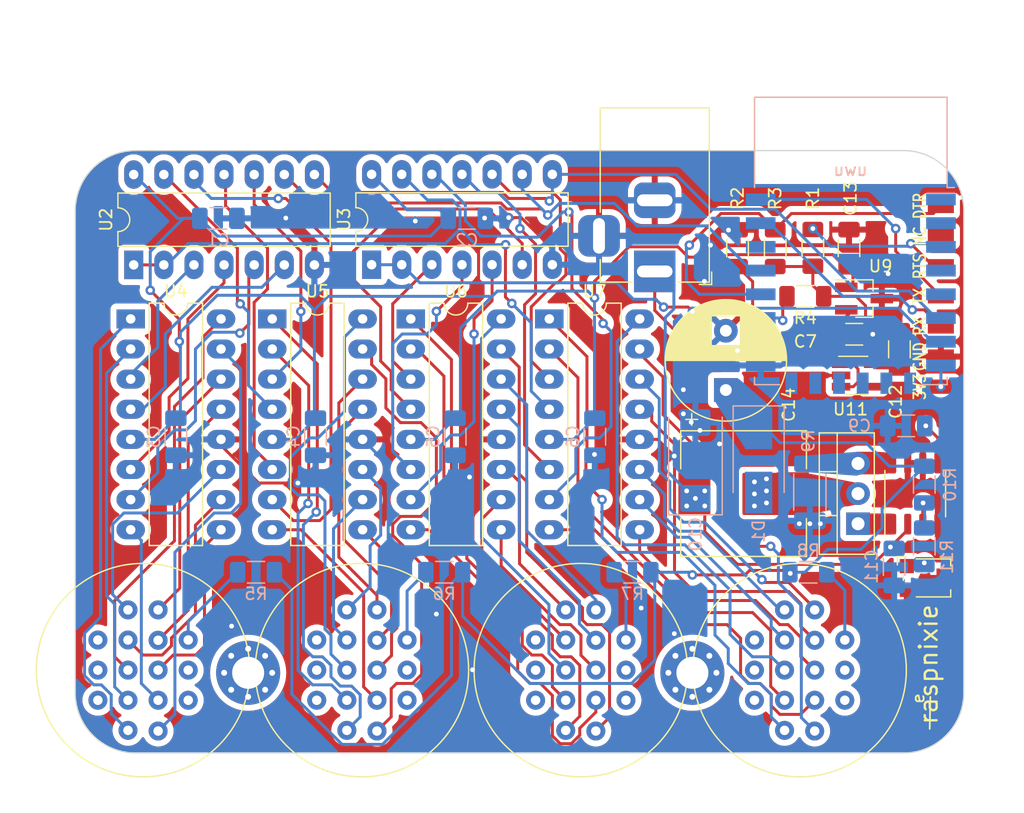
<source format=kicad_pcb>
(kicad_pcb (version 20221018) (generator pcbnew)
  (layers (0 "F.Cu" signal) (31 "B.Cu" signal) (36 "B.SilkS" user "B.Silkscreen") (37 "F.SilkS" user "F.Silkscreen") (38 "B.Mask" user) (39 "F.Mask" user) (44 "Edge.Cuts" user))
  (net 0 "")
  (net 1 "+12V")
  (net 2 "Net-(U10-REF)")
  (net 3 "Net-(D1-K)")
  (net 4 "Net-(D1-A)")
  (net 5 "Net-(J1-Pin_3)")
  (net 6 "Net-(J1-Pin_4)")
  (net 7 "Net-(J1-Pin_5)")
  (net 9 "Net-(J1-Pin_7)")
  (net 10 "Net-(NX1-K0)")
  (net 11 "Net-(NX1-K1)")
  (net 12 "Net-(NX1-K2)")
  (net 13 "Net-(NX1-K3)")
  (net 14 "Net-(NX1-K4)")
  (net 15 "Net-(NX1-K5)")
  (net 16 "Net-(NX1-K6)")
  (net 17 "Net-(NX1-K7)")
  (net 18 "Net-(NX1-K8)")
  (net 19 "Net-(NX1-K9)")
  (net 22 "Net-(NX1-A1)")
  (net 24 "Net-(NX2-K0)")
  (net 25 "Net-(NX2-K1)")
  (net 26 "Net-(NX2-K2)")
  (net 27 "Net-(NX2-K3)")
  (net 28 "Net-(NX2-K4)")
  (net 29 "Net-(NX2-K5)")
  (net 30 "Net-(NX2-K6)")
  (net 31 "Net-(NX2-K7)")
  (net 32 "Net-(NX2-K8)")
  (net 33 "Net-(NX2-K9)")
  (net 36 "Net-(NX2-A1)")
  (net 38 "Net-(NX3-K0)")
  (net 39 "Net-(NX3-K1)")
  (net 40 "Net-(NX3-K2)")
  (net 41 "Net-(NX3-K3)")
  (net 42 "Net-(NX3-K4)")
  (net 43 "Net-(NX3-K5)")
  (net 44 "Net-(NX3-K6)")
  (net 45 "Net-(NX3-K7)")
  (net 46 "Net-(NX3-K8)")
  (net 47 "Net-(NX3-K9)")
  (net 50 "Net-(NX3-A1)")
  (net 52 "Net-(NX4-K0)")
  (net 53 "+3.3V")
  (net 54 "Net-(NX4-K1)")
  (net 55 "Net-(NX4-K2)")
  (net 56 "Net-(NX4-K3)")
  (net 57 "Net-(NX4-K4)")
  (net 58 "Net-(NX4-K5)")
  (net 59 "Net-(NX4-K6)")
  (net 60 "Net-(NX4-K7)")
  (net 61 "Net-(NX4-K8)")
  (net 62 "Net-(NX4-K9)")
  (net 65 "Net-(NX4-A1)")
  (net 66 "+5V")
  (net 68 "Net-(Q1-G)")
  (net 69 "Net-(Q1-S)")
  (net 70 "Net-(U1-GPIO15)")
  (net 71 "Net-(U1-GPIO2)")
  (net 72 "Net-(U10-FB)")
  (net 77 "Net-(U1-GPIO12)")
  (net 78 "Net-(U1-GPIO13)")
  (net 85 "Net-(U1-GPIO4)")
  (net 87 "Net-(U2-A)")
  (net 88 "Net-(U2-Qa)")
  (net 89 "Net-(U2-Qb)")
  (net 90 "Net-(U2-Qc)")
  (net 91 "Net-(U2-Qd)")
  (net 92 "Net-(U2-Qe)")
  (net 93 "Net-(U2-Qf)")
  (net 94 "Net-(U2-Qg)")
  (net 95 "GND")
  (net 96 "Net-(U2-Qh)")
  (net 97 "Net-(U3-Qa)")
  (net 98 "Net-(U3-Qb)")
  (net 99 "Net-(R11-Pad2)")
  (net 100 "Net-(U3-Qc)")
  (net 101 "Net-(U3-Qd)")
  (net 102 "Net-(U3-Qe)")
  (net 103 "Net-(U3-Qf)")
  (net 104 "Net-(U3-Qg)")
  (footprint "Package_TO_SOT_SMD:SOT-23-5_HandSoldering" (layer "F.Cu") (at 126.92 57.47)
    (fp_text reference "U11")
    (fp_text value "SPX3819M5-L-3-3")
  )
  (footprint "Package_TO_SOT_SMD:SOT-23_Handsoldering" (layer "F.Cu") (at 127.508 50.988)
    (fp_text reference "U9")
    (fp_text value "LM3480-5.0")
  )
  (footprint "Capacitor_SMD:C_1206_3216Metric_Pad1.33x1.80mm_HandSolder" (layer "F.Cu") (at 130.49 55.2675 90)
    (fp_text reference "C12")
    (fp_text value "100n")
  )
  (footprint "raspnixie:zm1000" (layer "F.Cu") (at 122.074077 82.323077 180)
    (fp_text reference "NX4" hide)
    (fp_text value "zm1000")
  )
  (footprint "raspnixie:zm1000" (layer "F.Cu") (at 103.616743 82.323077 180)
    (fp_text reference "NX3" hide)
    (fp_text value "zm1000")
  )
  (footprint "MountingHole:MountingHole_2.7mm_M2.5_Pad_Via" (layer "F.Cu") (at 113.03 82.55)
    (fp_text reference "REF**" hide)
    (fp_text value "MountingHole_2.7mm_M2.5_Pad_Via")
  )
  (footprint "Capacitor_THT:CP_Radial_D10.0mm_P5.00mm" (layer "F.Cu") (at 115.851077 58.701077 90)
    (fp_text reference "C14")
    (fp_text value "10u 400V")
  )
  (footprint "Resistor_SMD:R_1206_3216Metric_Pad1.30x1.75mm_HandSolder" (layer "F.Cu") (at 122.555 50.8 180)
    (fp_text reference "R4")
    (fp_text value "10k")
  )
  (footprint "Resistor_SMD:R_1206_3216Metric_Pad1.30x1.75mm_HandSolder" (layer "F.Cu") (at 116.84 46.736 90)
    (fp_text reference "R2")
    (fp_text value "10k")
  )
  (footprint "Package_DIP:DIP-14_W7.62mm_LongPads" (layer "F.Cu") (at 65.913 48.148 90)
    (fp_text reference "U2")
    (fp_text value "74164")
  )
  (footprint "Package_DIP:DIP-16_W7.62mm_LongPads" (layer "F.Cu") (at 77.597 52.705)
    (fp_text reference "U5")
    (fp_text value "74141")
  )
  (footprint "Package_SO:SO-8_3.9x4.9mm_P1.27mm" (layer "F.Cu") (at 131.826 67.437 90)
    (fp_text reference "U10" hide)
    (fp_text value "MAX1771xSA")
  )
  (footprint "raspnixie:zm1000" (layer "F.Cu") (at 85.15941 82.323077 180)
    (fp_text reference "NX2" hide)
    (fp_text value "zm1000")
  )
  (footprint "Potentiometer_SMD:Potentiometer_Bourns_TC33X_Vertical" (layer "F.Cu") (at 132.916 74.549)
    (fp_text reference "RV1" hide)
    (fp_text value "5k")
  )
  (footprint "Resistor_SMD:R_1206_3216Metric_Pad1.30x1.75mm_HandSolder" (layer "F.Cu") (at 123.19 46.71 90)
    (fp_text reference "R1")
    (fp_text value "10k")
  )
  (footprint "Package_DIP:DIP-16_W7.62mm_LongPads" (layer "F.Cu") (at 100.965 52.705)
    (fp_text reference "U7")
    (fp_text value "74141")
  )
  (footprint "raspnixie:zm1000" (layer "F.Cu") (at 66.702077 82.323077 180)
    (fp_text reference "NX1" hide)
    (fp_text value "zm1000")
  )
  (footprint "Capacitor_SMD:C_1206_3216Metric_Pad1.33x1.80mm_HandSolder" (layer "F.Cu") (at 126.68 53.9975)
    (fp_text reference "C7")
    (fp_text value "100n")
  )
  (footprint "raspnixie:SOIC-7" (layer "F.Cu") (at 133.985 50.8 90)
    (fp_text reference "J1" hide)
    (fp_text value "Conn_01x07_Female")
  )
  (footprint "MountingHole:MountingHole_2.7mm_M2.5_Pad_Via" (layer "F.Cu") (at 75.565 82.55)
    (fp_text reference "REF**" hide)
    (fp_text value "MountingHole_2.7mm_M2.5_Pad_Via")
  )
  (footprint "Capacitor_SMD:C_1206_3216Metric_Pad1.33x1.80mm_HandSolder" (layer "F.Cu") (at 126.238 46.736 90)
    (fp_text reference "C13")
    (fp_text value "100n")
  )
  (footprint "Package_TO_SOT_THT:TO-220-3_Vertical" (layer "F.Cu") (at 127 69.977 90)
    (fp_text reference "Q1" hide)
    (fp_text value "IRF740")
  )
  (footprint "Inductor_SMD:L_10.4x10.4_H4.8" (layer "F.Cu") (at 117.348 67.437)
    (fp_text reference "L1" hide)
    (fp_text value "100u")
  )
  (footprint "Package_DIP:DIP-16_W7.62mm_LongPads" (layer "F.Cu") (at 65.659 52.705)
    (fp_text reference "U4")
    (fp_text value "74141")
  )
  (footprint "Resistor_SMD:R_1206_3216Metric_Pad1.30x1.75mm_HandSolder" (layer "F.Cu") (at 120.015 46.736 90)
    (fp_text reference "R3")
    (fp_text value "10k")
  )
  (footprint "Connector_BarrelJack:BarrelJack_Horizontal" (layer "F.Cu") (at 109.855 48.699077 -90)
    (fp_text reference "J2" hide)
    (fp_text value "Barrel_Jack_Switch_Pin3Ring")
  )
  (footprint "Package_DIP:DIP-16_W7.62mm_LongPads" (layer "F.Cu") (at 89.281 52.705)
    (fp_text reference "U6")
    (fp_text value "74141")
  )
  (footprint "Package_DIP:DIP-14_W7.62mm_LongPads" (layer "F.Cu") (at 85.979 48.133 90)
    (fp_text reference "U3")
    (fp_text value "74164")
  )
  (footprint "Resistor_SMD:R_1206_3216Metric_Pad1.30x1.75mm_HandSolder" (layer "B.Cu") (at 132.588 66.675 -90)
    (fp_text reference "R10")
    (fp_text value "1M5")
  )
  (footprint "Resistor_SMD:R_1206_3216Metric_Pad1.30x1.75mm_HandSolder" (layer "B.Cu") (at 76.227077 74.068077)
    (fp_text reference "R5")
    (fp_text value "15k")
  )
  (footprint "Resistor_SMD:R_1206_3216Metric_Pad1.30x1.75mm_HandSolder" (layer "B.Cu") (at 132.588 71.882 -90)
    (fp_text reference "R11")
    (fp_text value "10k")
  )
  (footprint "Resistor_SMD:R_1206_3216Metric_Pad1.30x1.75mm_HandSolder" (layer "B.Cu") (at 122.809 74.068077 180)
    (fp_text reference "R8")
    (fp_text value "15k")
  )
  (footprint "Resistor_SMD:R_1206_3216Metric_Pad1.30x1.75mm_HandSolder" (layer "B.Cu") (at 107.977077 74.068077)
    (fp_text reference "R7")
    (fp_text value "15k")
  )
  (footprint "Diode_SMD:D_SMB_Handsoldering" (layer "B.Cu") (at 118.618 64.643 -90)
    (fp_text reference "D1")
    (fp_text value "D_Schottky")
  )
  (footprint "RF_Module:ESP-12E" (layer "B.Cu") (at 126.392077 46.128077 180)
    (fp_text reference "U1" hide)
    (fp_text value "ESP-12E")
  )
  (footprint "Capacitor_SMD:C_1206_3216Metric_Pad1.33x1.80mm_HandSolder" (layer "B.Cu") (at 131.064 61.722 180)
    (fp_text reference "C9")
    (fp_text value "100n")
  )
  (footprint "Capacitor_SMD:C_1206_3216Metric_Pad1.33x1.80mm_HandSolder" (layer "B.Cu") (at 69.469 62.638077 -90)
    (fp_text reference "C3")
    (fp_text value "100n")
  )
  (footprint "Capacitor_SMD:C_1206_3216Metric_Pad1.33x1.80mm_HandSolder" (layer "B.Cu") (at 81.246692 62.638077 -90)
    (fp_text reference "C4")
    (fp_text value "100n")
  )
  (footprint "Capacitor_SMD:C_1206_3216Metric_Pad1.33x1.80mm_HandSolder" (layer "B.Cu") (at 130.048 73.6215 -90)
    (fp_text reference "C11")
    (fp_text value "100n")
  )
  (footprint "Resistor_SMD:R_2010_5025Metric_Pad1.40x2.65mm_HandSolder" (layer "B.Cu") (at 122.936 67.323 -90)
    (fp_text reference "R9")
    (fp_text value "0R050")
  )
  (footprint "Capacitor_SMD:C_1206_3216Metric_Pad1.33x1.80mm_HandSolder" (layer "B.Cu") (at 104.802077 62.638077 -90)
    (fp_text reference "C6")
    (fp_text value "100n")
  )
  (footprint "Resistor_SMD:R_1206_3216Metric_Pad1.30x1.75mm_HandSolder" (layer "B.Cu") (at 92.102077 74.068077)
    (fp_text reference "R6")
    (fp_text value "15k")
  )
  (footprint "Capacitor_Tantalum_SMD:CP_EIA-7343-31_Kemet-D_Pad2.25x2.55mm_HandSolder" (layer "B.Cu") (at 113.284 64.643 90)
    (fp_text reference "C10")
    (fp_text value "100u")
  )
  (footprint "Capacitor_SMD:C_1206_3216Metric_Pad1.33x1.80mm_HandSolder" (layer "B.Cu") (at 94.007077 44.223077)
    (fp_text reference "C2")
    (fp_text value "100n")
  )
  (footprint "Capacitor_SMD:C_1206_3216Metric_Pad1.33x1.80mm_HandSolder" (layer "B.Cu") (at 73.052077 44.223077)
    (fp_text reference "C1")
    (fp_text value "100n")
  )
  (footprint "Capacitor_SMD:C_1206_3216Metric_Pad1.33x1.80mm_HandSolder" (layer "B.Cu") (at 93.024384 62.638077 -90)
    (fp_text reference "C5")
    (fp_text value "100n")
  )
  (gr_line (start 133.0452 87.2744) (end 133.096 84.582) (stroke (width 0.15)) (layer "F.SilkS"))
  (gr_arc (start 66.067077 89.308077) (mid 62.474975 87.820179) (end 60.987077 84.228077) (stroke (width 0.1)) (layer "Edge.Cuts"))
  (gr_arc (start 60.987077 43.588077) (mid 62.474975 39.995975) (end 66.067077 38.508077) (stroke (width 0.1)) (layer "Edge.Cuts"))
  (gr_line (start 60.987077 84.228077) (end 60.987077 43.588077) (stroke (width 0.1)) (layer "Edge.Cuts"))
  (gr_line (start 135.917077 43.588077) (end 135.917077 84.228077) (stroke (width 0.1)) (layer "Edge.Cuts"))
  (gr_arc (start 135.917077 84.228077) (mid 134.429179 87.820179) (end 130.837077 89.308077) (stroke (width 0.1)) (layer "Edge.Cuts"))
  (gr_arc (start 130.837077 38.508077) (mid 134.429179 39.995975) (end 135.917077 43.588077) (stroke (width 0.1)) (layer "Edge.Cuts"))
  (gr_line (start 66.067077 38.508077) (end 130.837077 38.508077) (stroke (width 0.1)) (layer "Edge.Cuts"))
  (gr_line (start 130.837077 89.308077) (end 66.067077 89.308077) (stroke (width 0.1)) (layer "Edge.Cuts"))
  (gr_text "uwu\n" (at 126.365 40.132) (layer "B.SilkS") (effects (font (size 1 1)) (justify mirror)))
  (gr_text "TX" (at 132.207 50.8 90) (layer "F.SilkS") (effects (font (size 1 0.8))))
  (gr_text "RTS" (at 132.207 48.26 90) (layer "F.SilkS") (effects (font (size 1 0.8))))
  (gr_text "NC" (at 132.207 45.72 90) (layer "F.SilkS") (effects (font (size 1 0.8))))
  (gr_text "RX" (at 132.207 53.34 90) (layer "F.SilkS") (effects (font (size 1 0.8))))
  (gr_text "GND" (at 132.207 55.88 90) (layer "F.SilkS") (effects (font (size 1 0.8))))
  (gr_text "raspnixie" (at 132.9436 81.8388 90) (layer "F.SilkS") (effects (font (size 1.5 1.5) (thickness 0.2))))
  (gr_text "3V3\n" (at 132.207 58.42 90) (layer "F.SilkS") (effects (font (size 1 0.8))))
  (gr_text "e" (at 132.08 84.709 90) (layer "F.SilkS") (effects (font (size 1 1))))
  (gr_text "DTR" (at 132.207 43.18 90) (layer "F.SilkS") (effects (font (size 1 0.8))))
  (segment (start 128.27 73.406) (end 116.84 73.406) (width 0.25) (layer "F.Cu") (net 1))
  (segment (start 125.1175 53.391) (end 126.5705 51.938) (width 0.25) (layer "F.Cu") (net 1))
  (segment (start 125.57 56.52) (end 126.6 56.52) (width 0.25) (layer "F.Cu") (net 1))
  (segment (start 113.330305 53.885) (end 115.965305 56.52) (width 0.25) (layer "F.Cu") (net 1))
  (segment (start 111.75599 53.885) (end 113.330305 53.885) (width 0.25) (layer "F.Cu") (net 1))
  (segment (start 127 56.92) (end 127 58.02) (width 0.25) (layer "F.Cu") (net 1))
  (segment (start 131.191 70.485) (end 129.7305 71.9455) (width 0.25) (layer "F.Cu") (net 1))
  (segment (start 116.84 73.406) (end 114.073077 70.639077) (width 0.25) (layer "F.Cu") (net 1))
  (segment (start 114.073077 70.639077) (end 114.073077 68.480077) (width 0.25) (layer "F.Cu") (net 1))
  (segment (start 127 58.02) (end 126.6 58.42) (width 0.25) (layer "F.Cu") (net 1))
  (segment (start 126.6 56.52) (end 127 56.92) (width 0.25) (layer "F.Cu") (net 1))
  (segment (start 109.855 51.98401) (end 111.75599 53.885) (width 0.25) (layer "F.Cu") (net 1))
  (segment (start 109.855 48.699077) (end 109.855 51.98401) (width 0.25) (layer "F.Cu") (net 1))
  (segment (start 126.6 58.42) (end 125.57 58.42) (width 0.25) (layer "F.Cu") (net 1))
  (segment (start 125.73 56.36) (end 125.73 54.61) (width 0.25) (layer "F.Cu") (net 1))
  (segment (start 125.73 54.61) (end 125.1175 53.9975) (width 0.25) (layer "F.Cu") (net 1))
  (segment (start 115.965305 56.52) (end 125.57 56.52) (width 0.25) (layer "F.Cu") (net 1))
  (segment (start 129.7305 71.9455) (end 128.27 73.406) (width 0.25) (layer "F.Cu") (net 1))
  (via (at 112.549077 67.210077) (size 0.8) (drill 0.4) (layers "F.Cu" "B.Cu") (net 1))
  (via (at 114.073077 68.480077) (size 0.8) (drill 0.4) (layers "F.Cu" "B.Cu") (net 1))
  (via (at 129.7305 71.9455) (size 0.8) (drill 0.4) (layers "F.Cu" "B.Cu") (net 1))
  (via (at 114.073077 67.210077) (size 0.8) (drill 0.4) (layers "F.Cu" "B.Cu") (net 1))
  (via (at 113.284 67.843) (size 0.8) (drill 0.4) (layers "F.Cu" "B.Cu") (net 1))
  (via (at 112.549077 68.480077) (size 0.8) (drill 0.4) (layers "F.Cu" "B.Cu") (net 1))
  (segment (start 111.469 50.313077) (end 111.469 51.862305) (width 0.25) (layer "B.Cu") (net 1))
  (segment (start 110.744 52.587305) (end 110.744 65.405) (width 0.25) (layer "B.Cu") (net 1))
  (segment (start 110.744 65.405) (end 112.549077 67.210077) (width 0.25) (layer "B.Cu") (net 1))
  (segment (start 111.469 51.862305) (end 110.744 52.587305) (width 0.25) (layer "B.Cu") (net 1))
  (segment (start 133.731 64.862) (end 133.731 62.738) (width 0.25) (layer "F.Cu") (net 2))
  (segment (start 133.731 62.738) (end 132.715 61.722) (width 0.25) (layer "F.Cu") (net 2))
  (via (at 132.715 61.722) (size 0.8) (drill 0.4) (layers "F.Cu" "B.Cu") (net 2))
  (segment (start 121.031 73.914) (end 121.285 74.168) (width 0.25) (layer "F.Cu") (net 3))
  (segment (start 117.856 73.914) (end 121.031 73.914) (width 0.25) (layer "F.Cu") (net 3))
  (segment (start 113.03 74.295) (end 117.475 74.295) (width 0.25) (layer "F.Cu") (net 3))
  (segment (start 117.475 74.295) (end 117.856 73.914) (width 0.25) (layer "F.Cu") (net 3))
  (via (at 121.285 74.168) (size 0.8) (drill 0.4) (layers "F.Cu" "B.Cu") (net 3))
  (via (at 113.03 74.295) (size 0.8) (drill 0.4) (layers "F.Cu" "B.Cu") (net 3))
  (segment (start 77.777077 74.068077) (end 79.248 75.539) (width 0.25) (layer "B.Cu") (net 3))
  (segment (start 93.652077 74.068077) (end 93.652077 77.777077) (width 0.25) (layer "B.Cu") (net 3))
  (segment (start 109.855 81.485811) (end 109.855 74.396) (width 0.25) (layer "B.Cu") (net 3))
  (segment (start 129.032 70.358) (end 129.032 68.681) (width 0.25) (layer "B.Cu") (net 3))
  (segment (start 93.652077 77.777077) (end 99.323077 83.448077) (width 0.25) (layer "B.Cu") (net 3))
  (segment (start 124.452904 72.136) (end 127.254 72.136) (width 0.25) (layer "B.Cu") (net 3))
  (segment (start 79.248 84.352658) (end 83.480774 88.585432) (width 0.25) (layer "B.Cu") (net 3))
  (segment (start 119.22 61.943) (end 120.423077 63.146077) (width 0.25) (layer "B.Cu") (net 3))
  (segment (start 127.254 72.136) (end 129.032 70.358) (width 0.25) (layer "B.Cu") (net 3))
  (segment (start 121.259 74.068077) (end 122.520827 74.068077) (width 0.25) (layer "B.Cu") (net 3))
  (segment (start 129.641 65.125) (end 132.588 65.125) (width 0.25) (layer "B.Cu") (net 3))
  (segment (start 129.032 68.681) (end 132.588 65.125) (width 0.25) (layer "B.Cu") (net 3))
  (segment (start 99.323077 83.448077) (end 107.892734 83.448077) (width 0.25) (layer "B.Cu") (net 3))
  (segment (start 86.895401 88.585432) (end 92.71 82.770833) (width 0.25) (layer "B.Cu") (net 3))
  (segment (start 127.662077 63.146077) (end 129.641 65.125) (width 0.25) (layer "B.Cu") (net 3))
  (segment (start 113.03 74.295) (end 112.803077 74.068077) (width 0.25) (layer "B.Cu") (net 3))
  (segment (start 83.480774 88.585432) (end 86.895401 88.585432) (width 0.25) (layer "B.Cu") (net 3))
  (segment (start 107.892734 83.448077) (end 109.855 81.485811) (width 0.25) (layer "B.Cu") (net 3))
  (segment (start 120.423077 63.146077) (end 127.662077 63.146077) (width 0.25) (layer "B.Cu") (net 3))
  (segment (start 92.71 75.010154) (end 93.652077 74.068077) (width 0.25) (layer "B.Cu") (net 3))
  (segment (start 112.803077 74.068077) (end 109.527077 74.068077) (width 0.25) (layer "B.Cu") (net 3))
  (segment (start 92.71 82.770833) (end 92.71 75.010154) (width 0.25) (layer "B.Cu") (net 3))
  (segment (start 122.520827 74.068077) (end 124.452904 72.136) (width 0.25) (layer "B.Cu") (net 3))
  (segment (start 79.248 75.539) (end 79.248 84.352658) (width 0.25) (layer "B.Cu") (net 3))
  (via (at 118.264077 66.448077) (size 0.8) (drill 0.4) (layers "F.Cu" "B.Cu") (net 4))
  (via (at 119.280077 66.194077) (size 0.8) (drill 0.4) (layers "F.Cu" "B.Cu") (net 4))
  (via (at 119.280077 67.210077) (size 0.8) (drill 0.4) (layers "F.Cu" "B.Cu") (net 4))
  (via (at 118.264077 67.464077) (size 0.8) (drill 0.4) (layers "F.Cu" "B.Cu") (net 4))
  (via (at 118.264077 68.480077) (size 0.8) (drill 0.4) (layers "F.Cu" "B.Cu") (net 4))
  (via (at 119.280077 68.226077) (size 0.8) (drill 0.4) (layers "F.Cu" "B.Cu") (net 4))
  (segment (start 131.576799 51.938201) (end 132.583201 51.938201) (width 0.25) (layer "F.Cu") (net 5))
  (segment (start 132.583201 51.938201) (end 133.985 53.34) (width 0.25) (layer "F.Cu") (net 5))
  (via (at 131.576799 51.938201) (size 0.8) (drill 0.4) (layers "F.Cu" "B.Cu") (net 5))
  (segment (start 131.576799 51.938201) (end 130.438598 50.8) (width 0.25) (layer "B.Cu") (net 5))
  (segment (start 130.438598 50.8) (end 125.714 50.8) (width 0.25) (layer "B.Cu") (net 5))
  (segment (start 125.714 50.8) (end 119.542077 44.628077) (width 0.25) (layer "B.Cu") (net 5))
  (segment (start 133.985 50.8) (end 130.175 46.99) (width 0.25) (layer "F.Cu") (net 6))
  (segment (start 130.175 46.99) (end 130.175 45.085) (width 0.25) (layer "F.Cu") (net 6))
  (via (at 130.175 45.085) (size 0.8) (drill 0.4) (layers "F.Cu" "B.Cu") (net 6))
  (segment (start 130.175 45.085) (end 127.718077 42.628077) (width 0.25) (layer "B.Cu") (net 6))
  (segment (start 127.718077 42.628077) (end 118.792077 42.628077) (width 0.25) (layer "B.Cu") (net 6))
  (segment (start 133.35 48.26) (end 131.445 46.355) (width 0.25) (layer "F.Cu") (net 7))
  (via (at 123.19 45.085) (size 0.8) (drill 0.4) (layers "F.Cu" "B.Cu") (net 7))
  (via (at 131.445 46.355) (size 0.8) (drill 0.4) (layers "F.Cu" "B.Cu") (net 7))
  (segment (start 131.445 46.355) (end 133.719 46.355) (width 0.25) (layer "B.Cu") (net 7))
  (segment (start 131.223 46.577) (end 131.445 46.355) (width 0.25) (layer "B.Cu") (net 7))
  (segment (start 123.19 45.085) (end 124.682 46.577) (width 0.25) (layer "B.Cu") (net 7))
  (segment (start 124.682 46.577) (end 131.223 46.577) (width 0.25) (layer "B.Cu") (net 7))
  (segment (start 115.443 43.815) (end 118.644 43.815) (width 0.25) (layer "F.Cu") (net 9))
  (segment (start 121.386 43.815) (end 133.35 43.815) (width 0.25) (layer "F.Cu") (net 9))
  (segment (start 118.644 43.815) (end 120.015 45.186) (width 0.25) (layer "F.Cu") (net 9))
  (segment (start 120.015 45.186) (end 121.386 43.815) (width 0.25) (layer "F.Cu") (net 9))
  (segment (start 112.776 46.482) (end 115.443 43.815) (width 0.25) (layer "F.Cu") (net 9))
  (segment (start 133.35 43.815) (end 133.985 43.18) (width 0.25) (layer "F.Cu") (net 9))
  (via (at 112.776 46.482) (size 0.8) (drill 0.4) (layers "F.Cu" "B.Cu") (net 9))
  (segment (start 112.522 49.53) (end 113.620077 50.628077) (width 0.25) (layer "B.Cu") (net 9))
  (segment (start 112.776 46.482) (end 112.522 46.736) (width 0.25) (layer "B.Cu") (net 9))
  (segment (start 112.522 46.736) (end 112.522 49.53) (width 0.25) (layer "B.Cu") (net 9))
  (segment (start 113.620077 50.628077) (end 118.792077 50.628077) (width 0.25) (layer "B.Cu") (net 9))
  (segment (start 69.349351 71.420803) (end 64.307077 76.463077) (width 0.25) (layer "F.Cu") (net 10))
  (segment (start 69.349351 60.090726) (end 69.349351 71.420803) (width 0.25) (layer "F.Cu") (net 10))
  (segment (start 71.754 54.23) (end 71.754 57.686077) (width 0.25) (layer "F.Cu") (net 10))
  (segment (start 64.307077 76.463077) (end 64.307077 81.198077) (width 0.25) (layer "F.Cu") (net 10))
  (segment (start 64.307077 81.198077) (end 65.432077 82.323077) (width 0.25) (layer "F.Cu") (net 10))
  (segment (start 73.279 52.705) (end 71.754 54.23) (width 0.25) (layer "F.Cu") (net 10))
  (segment (start 71.754 57.686077) (end 69.349351 60.090726) (width 0.25) (layer "F.Cu") (net 10))
  (segment (start 69.387077 86.045432) (end 69.387077 72.385933) (width 0.25) (layer "B.Cu") (net 11))
  (segment (start 74.93 68.28499) (end 74.93 56.896) (width 0.25) (layer "B.Cu") (net 11))
  (segment (start 74.14499 69.07) (end 74.93 68.28499) (width 0.25) (layer "B.Cu") (net 11))
  (segment (start 69.387077 72.385933) (end 72.70301 69.07) (width 0.25) (layer "B.Cu") (net 11))
  (segment (start 72.70301 69.07) (end 74.14499 69.07) (width 0.25) (layer "B.Cu") (net 11))
  (segment (start 67.972077 87.460432) (end 69.387077 86.045432) (width 0.25) (layer "B.Cu") (net 11))
  (segment (start 74.93 56.896) (end 73.279 55.245) (width 0.25) (layer "B.Cu") (net 11))
  (segment (start 66.557077 83.448077) (end 67.972077 84.863077) (width 0.25) (layer "B.Cu") (net 12))
  (segment (start 66.557077 71.383077) (end 66.557077 83.448077) (width 0.25) (layer "B.Cu") (net 12))
  (segment (start 65.659 70.485) (end 66.557077 71.383077) (width 0.25) (layer "B.Cu") (net 12))
  (segment (start 67.972077 82.323077) (end 69.242077 81.053077) (width 0.25) (layer "F.Cu") (net 13))
  (segment (start 71.882 80.318154) (end 71.882 71.882) (width 0.25) (layer "F.Cu") (net 13))
  (segment (start 71.147077 81.053077) (end 71.882 80.318154) (width 0.25) (layer "F.Cu") (net 13))
  (segment (start 71.882 71.882) (end 73.279 70.485) (width 0.25) (layer "F.Cu") (net 13))
  (segment (start 69.242077 81.053077) (end 71.147077 81.053077) (width 0.25) (layer "F.Cu") (net 13))
  (segment (start 73.279 60.325) (end 70.512077 63.091923) (width 0.25) (layer "F.Cu") (net 14))
  (segment (start 70.512077 63.091923) (end 70.512077 77.265773) (width 0.25) (layer "F.Cu") (net 14))
  (segment (start 70.512077 77.265773) (end 67.972077 79.805773) (width 0.25) (layer "F.Cu") (net 14))
  (segment (start 69.799351 61.264649) (end 73.279 57.785) (width 0.25) (layer "F.Cu") (net 15))
  (segment (start 69.799351 75.415803) (end 69.799351 61.264649) (width 0.25) (layer "F.Cu") (net 15))
  (segment (start 67.972077 77.243077) (end 69.799351 75.415803) (width 0.25) (layer "F.Cu") (net 15))
  (segment (start 69.614 69.07) (end 73.279 65.405) (width 0.25) (layer "B.Cu") (net 16))
  (segment (start 64.134 70.01901) (end 65.08301 69.07) (width 0.25) (layer "B.Cu") (net 16))
  (segment (start 65.08301 69.07) (end 69.614 69.07) (width 0.25) (layer "B.Cu") (net 16))
  (segment (start 65.432077 77.243077) (end 64.134 75.945) (width 0.25) (layer "B.Cu") (net 16))
  (segment (start 64.134 75.945) (end 64.134 70.01901) (width 0.25) (layer "B.Cu") (net 16))
  (segment (start 71.12 77.584163) (end 69.097077 79.607086) (width 0.25) (layer "F.Cu") (net 17))
  (segment (start 68.315764 81.053077) (end 66.702077 81.053077) (width 0.25) (layer "F.Cu") (net 17))
  (segment (start 69.097077 79.607086) (end 69.097077 80.271764) (width 0.25) (layer "F.Cu") (net 17))
  (segment (start 71.12 70.104) (end 71.12 77.584163) (width 0.25) (layer "F.Cu") (net 17))
  (segment (start 66.702077 81.053077) (end 65.432077 79.783077) (width 0.25) (layer "F.Cu") (net 17))
  (segment (start 73.279 67.945) (end 71.12 70.104) (width 0.25) (layer "F.Cu") (net 17))
  (segment (start 69.097077 80.271764) (end 68.315764 81.053077) (width 0.25) (layer "F.Cu") (net 17))
  (segment (start 63.119 55.245) (end 65.659 52.705) (width 0.25) (layer "B.Cu") (net 18))
  (segment (start 61.767077 82.789068) (end 61.767077 79.202923) (width 0.25) (layer "B.Cu") (net 18))
  (segment (start 65.432077 87.403077) (end 64.017077 85.988077) (width 0.25) (layer "B.Cu") (net 18))
  (segment (start 63.119 77.851) (end 63.119 55.245) (width 0.25) (layer "B.Cu") (net 18))
  (segment (start 61.767077 79.202923) (end 63.119 77.851) (width 0.25) (layer "B.Cu") (net 18))
  (segment (start 64.017077 84.397086) (end 63.185991 83.566) (width 0.25) (layer "B.Cu") (net 18))
  (segment (start 64.017077 85.988077) (end 64.017077 84.397086) (width 0.25) (layer "B.Cu") (net 18))
  (segment (start 63.185991 83.566) (end 62.544009 83.566) (width 0.25) (layer "B.Cu") (net 18))
  (segment (start 62.544009 83.566) (end 61.767077 82.789068) (width 0.25) (layer "B.Cu") (net 18))
  (segment (start 64.307077 76.754473) (end 63.627 76.074396) (width 0.25) (layer "B.Cu") (net 19))
  (segment (start 65.432077 84.863077) (end 64.307077 83.738077) (width 0.25) (layer "B.Cu") (net 19))
  (segment (start 64.307077 83.738077) (end 64.307077 76.754473) (width 0.25) (layer "B.Cu") (net 19))
  (segment (start 63.627 57.277) (end 65.659 55.245) (width 0.25) (layer "B.Cu") (net 19))
  (segment (start 63.627 76.074396) (end 63.627 57.277) (width 0.25) (layer "B.Cu") (net 19))
  (segment (start 70.512077 78.233077) (end 74.677077 74.068077) (width 0.25) (layer "B.Cu") (net 22))
  (segment (start 70.512077 79.783077) (end 70.512077 78.233077) (width 0.25) (layer "B.Cu") (net 22))
  (segment (start 79.035299 66.243396) (end 79.035299 66.844006) (width 0.25) (layer "B.Cu") (net 24))
  (segment (start 82.042 78.867) (end 82.55 79.375) (width 0.25) (layer "B.Cu") (net 24))
  (segment (start 83.692 60.505942) (end 81.459942 62.738) (width 0.25) (layer "B.Cu") (net 24))
  (segment (start 79.460701 67.268701) (end 79.733725 67.541725) (width 0.25) (layer "B.Cu") (net 24))
  (segment (start 79.733725 67.541725) (end 81.52103 67.541725) (width 0.25) (layer "B.Cu") (net 24))
  (segment (start 85.217 52.705) (end 83.692 54.23) (width 0.25) (layer "B.Cu") (net 24))
  (segment (start 81.52103 67.541725) (end 82.042 68.062695) (width 0.25) (layer "B.Cu") (net 24))
  (segment (start 79.122 64.388) (end 79.122 66.156695) (width 0.25) (layer "B.Cu") (net 24))
  (segment (start 79.122 66.156695) (end 79.035299 66.243396) (width 0.25) (layer "B.Cu") (net 24))
  (segment (start 82.55 80.983667) (end 83.88941 82.323077) (width 0.25) (layer "B.Cu") (net 24))
  (segment (start 82.55 79.375) (end 82.55 80.983667) (width 0.25) (layer "B.Cu") (net 24))
  (segment (start 79.035299 66.844006) (end 79.459994 67.268701) (width 0.25) (layer "B.Cu") (net 24))
  (segment (start 80.772 62.738) (end 79.122 64.388) (width 0.25) (layer "B.Cu") (net 24))
  (segment (start 83.692 54.23) (end 83.692 60.505942) (width 0.25) (layer "B.Cu") (net 24))
  (segment (start 79.459994 67.268701) (end 79.460701 67.268701) (width 0.25) (layer "B.Cu") (net 24))
  (segment (start 81.459942 62.738) (end 80.772 62.738) (width 0.25) (layer "B.Cu") (net 24))
  (segment (start 82.042 68.062695) (end 82.042 78.867) (width 0.25) (layer "B.Cu") (net 24))
  (segment (start 87.63 83.89559) (end 88.077513 83.448077) (width 0.25) (layer "F.Cu") (net 25))
  (segment (start 86.42941 87.460432) (end 87.63 86.259842) (width 0.25) (layer "F.Cu") (net 25))
  (segment (start 89.435401 83.448077) (end 90.197077 82.686401) (width 0.25) (layer "F.Cu") (net 25))
  (segment (start 91.44 68.06699) (end 91.44 62.74301) (width 0.25) (layer "F.Cu") (net 25))
  (segment (start 88.41501 61.45) (end 87.18 60.21499) (width 0.25) (layer "F.Cu") (net 25))
  (segment (start 90.14699 69.36) (end 91.44 68.06699) (width 0.25) (layer "F.Cu") (net 25))
  (segment (start 85.979 56.55601) (end 85.979 55.245) (width 0.25) (layer "F.Cu") (net 25))
  (segment (start 87.18 57.75701) (end 85.979 56.55601) (width 0.25) (layer "F.Cu") (net 25))
  (segment (start 90.197077 73.392067) (end 87.756 70.95099) (width 0.25) (layer "F.Cu") (net 25))
  (segment (start 90.197077 82.686401) (end 90.197077 73.433077) (width 0.25) (layer "F.Cu") (net 25))
  (segment (start 87.18 60.21499) (end 87.18 57.75701) (width 0.25) (layer "F.Cu") (net 25))
  (segment (start 87.756 70.95099) (end 87.756 70.01901) (width 0.25) (layer "F.Cu") (net 25))
  (segment (start 87.63 86.259842) (end 87.63 83.89559) (width 0.25) (layer "F.Cu") (net 25))
  (segment (start 88.41501 69.36) (end 90.14699 69.36) (width 0.25) (layer "F.Cu") (net 25))
  (segment (start 90.14699 61.45) (end 88.41501 61.45) (width 0.25) (layer "F.Cu") (net 25))
  (segment (start 91.44 62.74301) (end 90.14699 61.45) (width 0.25) (layer "F.Cu") (net 25))
  (segment (start 88.077513 83.448077) (end 89.435401 83.448077) (width 0.25) (layer "F.Cu") (net 25))
  (segment (start 87.756 70.01901) (end 88.41501 69.36) (width 0.25) (layer "F.Cu") (net 25))
  (segment (start 77.597 70.485) (end 80.01 70.485) (width 0.25) (layer "F.Cu") (net 26))
  (segment (start 80.01 70.485) (end 85.30441 75.77941) (width 0.25) (layer "F.Cu") (net 26))
  (segment (start 85.30441 75.77941) (end 85.30441 83.738077) (width 0.25) (layer "F.Cu") (net 26))
  (segment (start 85.30441 83.738077) (end 86.42941 84.863077) (width 0.25) (layer "F.Cu") (net 26))
  (segment (start 88.107077 73.375077) (end 85.217 70.485) (width 0.25) (layer "F.Cu") (net 27))
  (segment (start 88.107077 78.764502) (end 87.657077 79.214502) (width 0.25) (layer "F.Cu") (net 27))
  (segment (start 87.657077 79.214502) (end 87.657077 81.09541) (width 0.25) (layer "F.Cu") (net 27))
  (segment (start 88.107077 73.375077) (end 88.107077 78.764502) (width 0.25) (layer "F.Cu") (net 27))
  (segment (start 87.657077 81.09541) (end 86.42941 82.323077) (width 0.25) (layer "F.Cu") (net 27))
  (segment (start 85.217 60.325) (end 83.662077 61.879923) (width 0.25) (layer "F.Cu") (net 28))
  (segment (start 83.662077 71.343077) (end 87.657077 75.338077) (width 0.25) (layer "F.Cu") (net 28))
  (segment (start 83.662077 61.879923) (end 83.662077 71.343077) (width 0.25) (layer "F.Cu") (net 28))
  (segment (start 87.657077 78.578106) (end 86.42941 79.805773) (width 0.25) (layer "F.Cu") (net 28))
  (segment (start 87.657077 75.338077) (end 87.657077 78.578106) (width 0.25) (layer "F.Cu") (net 28))
  (segment (start 86.42941 76.01541) (end 86.42941 77.243077) (width 0.25) (layer "F.Cu") (net 29))
  (segment (start 83.212077 72.798077) (end 83.212077 59.789923) (width 0.25) (layer "F.Cu") (net 29))
  (segment (start 83.212077 72.798077) (end 86.42941 76.01541) (width 0.25) (layer "F.Cu") (net 29))
  (segment (start 83.212077 59.789923) (end 85.217 57.785) (width 0.25) (layer "F.Cu") (net 29))
  (segment (start 86.742 70.95099) (end 86.742 66.93) (width 0.25) (layer "B.Cu") (net 30))
  (segment (start 85.852 75.280487) (end 85.852 71.84099) (width 0.25) (layer "B.Cu") (net 30))
  (segment (start 85.852 71.84099) (end 86.742 70.95099) (width 0.25) (layer "B.Cu") (net 30))
  (segment (start 86.742 66.93) (end 85.217 65.405) (width 0.25) (layer "B.Cu") (net 30))
  (segment (start 83.88941 77.243077) (end 85.852 75.280487) (width 0.25) (layer "B.Cu") (net 30))
  (segment (start 83.88941 79.783077) (end 82.76441 78.658077) (width 0.25) (layer "B.Cu") (net 31))
  (segment (start 82.76441 78.658077) (end 82.76441 70.39759) (width 0.25) (layer "B.Cu") (net 31))
  (segment (start 82.76441 70.39759) (end 85.217 67.945) (width 0.25) (layer "B.Cu") (net 31))
  (segment (start 81.397077 56.505077) (end 77.597 52.705) (width 0.25) (layer "F.Cu") (net 32))
  (segment (start 81.397077 68.898077) (end 81.397077 56.505077) (width 0.25) (layer "F.Cu") (net 32))
  (segment (start 81.307077 68.988077) (end 81.397077 68.898077) (width 0.25) (layer "F.Cu") (net 32))
  (via (at 81.307077 68.988077) (size 0.8) (drill 0.4) (layers "F.Cu" "B.Cu") (net 32))
  (segment (start 80.22441 70.070744) (end 81.307077 68.988077) (width 0.25) (layer "B.Cu") (net 32))
  (segment (start 83.333865 83.671136) (end 82.55 82.887271) (width 0.25) (layer "B.Cu") (net 32))
  (segment (start 84.28846 83.671136) (end 83.333865 83.671136) (width 0.25) (layer "B.Cu") (net 32))
  (segment (start 81.833077 81.198077) (end 81.013077 81.198077) (width 0.25) (layer "B.Cu") (net 32))
  (segment (start 83.88941 87.403077) (end 85.01441 86.278077) (width 0.25) (layer "B.Cu") (net 32))
  (segment (start 82.55 81.915) (end 81.833077 81.198077) (width 0.25) (layer "B.Cu") (net 32))
  (segment (start 81.013077 81.198077) (end 80.22441 80.40941) (width 0.25) (layer "B.Cu") (net 32))
  (segment (start 82.55 82.887271) (end 82.55 81.915) (width 0.25) (layer "B.Cu") (net 32))
  (segment (start 85.01441 86.278077) (end 85.01441 84.397086) (width 0.25) (layer "B.Cu") (net 32))
  (segment (start 85.01441 84.397086) (end 84.28846 83.671136) (width 0.25) (layer "B.Cu") (net 32))
  (segment (start 80.22441 80.40941) (end 80.22441 70.070744) (width 0.25) (layer "B.Cu") (net 32))
  (segment (start 80.672077 68.209874) (end 80.672077 58.320077) (width 0.25) (layer "F.Cu") (net 33))
  (segment (start 80.672077 58.320077) (end 77.597 55.245) (width 0.25) (layer "F.Cu") (net 33))
  (segment (start 80.615226 68.266725) (end 80.672077 68.209874) (width 0.25) (layer "F.Cu") (net 33))
  (via (at 80.615226 68.266725) (size 0.8) (drill 0.4) (layers "F.Cu" "B.Cu") (net 33))
  (segment (start 80.615226 68.266725) (end 79.77441 69.107541) (width 0.25) (layer "B.Cu") (net 33))
  (segment (start 79.77441 69.107541) (end 79.77441 82.339068) (width 0.25) (layer "B.Cu") (net 33))
  (segment (start 79.77441 82.339068) (end 81.001342 83.566) (width 0.25) (layer "B.Cu") (net 33))
  (segment (start 81.001342 83.566) (end 82.592333 83.566) (width 0.25) (layer "B.Cu") (net 33))
  (segment (start 82.592333 83.566) (end 83.88941 84.863077) (width 0.25) (layer "B.Cu") (net 33))
  (segment (start 88.96941 75.650744) (end 90.552077 74.068077) (width 0.25) (layer "B.Cu") (net 36))
  (segment (start 88.96941 79.783077) (end 88.96941 75.650744) (width 0.25) (layer "B.Cu") (net 36))
  (segment (start 95.25 54.356) (end 96.901 52.705) (width 0.25) (layer "B.Cu") (net 38))
  (segment (start 100.931743 76.801743) (end 95.25 71.12) (width 0.25) (layer "B.Cu") (net 38))
  (segment (start 102.346743 82.323077) (end 100.931743 80.908077) (width 0.25) (layer "B.Cu") (net 38))
  (segment (start 100.931743 80.908077) (end 100.931743 76.801743) (width 0.25) (layer "B.Cu") (net 38))
  (segment (start 95.25 71.12) (end 95.25 54.356) (width 0.25) (layer "B.Cu") (net 38))
  (segment (start 99.06 66.419604) (end 99.06 72.39) (width 0.25) (layer "F.Cu") (net 39))
  (segment (start 99.338657 72.644) (end 103.761743 77.067086) (width 0.25) (layer "F.Cu") (net 39))
  (segment (start 98.426 65.785604) (end 99.06 66.419604) (width 0.25) (layer "F.Cu") (net 39))
  (segment (start 106.045 86.302175) (end 104.886743 87.460432) (width 0.25) (layer "F.Cu") (net 39))
  (segment (start 96.901 55.245) (end 98.426 56.77) (width 0.25) (layer "F.Cu") (net 39))
  (segment (start 105.410981 78.486) (end 106.045 79.120019) (width 0.25) (layer "F.Cu") (net 39))
  (segment (start 99.314 72.644) (end 99.338657 72.644) (width 0.25) (layer "F.Cu") (net 39))
  (segment (start 103.761743 78.107743) (end 104.14 78.486) (width 0.25) (layer "F.Cu") (net 39))
  (segment (start 106.045 79.120019) (end 106.045 86.302175) (width 0.25) (layer "F.Cu") (net 39))
  (segment (start 104.14 78.486) (end 105.410981 78.486) (width 0.25) (layer "F.Cu") (net 39))
  (segment (start 99.06 72.39) (end 99.314 72.644) (width 0.25) (layer "F.Cu") (net 39))
  (segment (start 103.761743 77.067086) (end 103.761743 78.107743) (width 0.25) (layer "F.Cu") (net 39))
  (segment (start 98.426 56.77) (end 98.426 65.785604) (width 0.25) (layer "F.Cu") (net 39))
  (segment (start 90.805 70.485) (end 89.281 70.485) (width 0.25) (layer "F.Cu") (net 40))
  (segment (start 103.532077 87.224107) (end 103.532077 87.808734) (width 0.25) (layer "F.Cu") (net 40))
  (segment (start 102.812734 88.528077) (end 101.880752 88.528077) (width 0.25) (layer "F.Cu") (net 40))
  (segment (start 99.340752 83.448077) (end 98.298 82.405325) (width 0.25) (layer "F.Cu") (net 40))
  (segment (start 104.886743 84.863077) (end 104.886743 85.869441) (width 0.25) (layer "F.Cu") (net 40))
  (segment (start 101.221743 84.457743) (end 100.212077 83.448077) (width 0.25) (layer "F.Cu") (net 40))
  (segment (start 104.886743 85.869441) (end 103.532077 87.224107) (width 0.25) (layer "F.Cu") (net 40))
  (segment (start 100.212077 83.448077) (end 99.340752 83.448077) (width 0.25) (layer "F.Cu") (net 40))
  (segment (start 98.298 82.405325) (end 98.298 80.501721) (width 0.25) (layer "F.Cu") (net 40))
  (segment (start 101.880752 88.528077) (end 101.221743 87.869068) (width 0.25) (layer "F.Cu") (net 40))
  (segment (start 98.231743 80.435464) (end 98.231743 77.911743) (width 0.25) (layer "F.Cu") (net 40))
  (segment (start 103.532077 87.808734) (end 102.812734 88.528077) (width 0.25) (layer "F.Cu") (net 40))
  (segment (start 98.231743 77.911743) (end 90.805 70.485) (width 0.25) (layer "F.Cu") (net 40))
  (segment (start 98.298 80.501721) (end 98.231743 80.435464) (width 0.25) (layer "F.Cu") (net 40))
  (segment (start 101.221743 87.869068) (end 101.221743 84.457743) (width 0.25) (layer "F.Cu") (net 40))
  (segment (start 104.886743 82.323077) (end 103.632 81.068334) (width 0.25) (layer "F.Cu") (net 41))
  (segment (start 96.901 73.533) (end 96.901 70.485) (width 0.25) (layer "F.Cu") (net 41))
  (segment (start 103.632 81.068334) (end 103.632 79.362671) (width 0.25) (layer "F.Cu") (net 41))
  (segment (start 101.854 78.486) (end 96.901 73.533) (width 0.25) (layer "F.Cu") (net 41))
  (segment (start 103.632 79.362671) (end 102.755329 78.486) (width 0.25) (layer "F.Cu") (net 41))
  (segment (start 102.755329 78.486) (end 101.854 78.486) (width 0.25) (layer "F.Cu") (net 41))
  (segment (start 103.505 78.42403) (end 103.505 76.49773) (width 0.25) (layer "B.Cu") (net 42))
  (segment (start 103.505 76.49773) (end 98.426 71.41873) (width 0.25) (layer "B.Cu") (net 42))
  (segment (start 98.426 71.41873) (end 98.426 61.85) (width 0.25) (layer "B.Cu") (net 42))
  (segment (start 104.886743 79.805773) (end 103.505 78.42403) (width 0.25) (layer "B.Cu") (net 42))
  (segment (start 98.426 61.85) (end 96.901 60.325) (width 0.25) (layer "B.Cu") (net 42))
  (segment (start 99.06 59.944) (end 96.901 57.785) (width 0.25) (layer "B.Cu") (net 43))
  (segment (start 104.886743 76.397733) (end 99.06 70.57099) (width 0.25) (layer "B.Cu") (net 43))
  (segment (start 99.06 70.57099) (end 99.06 59.944) (width 0.25) (layer "B.Cu") (net 43))
  (segment (start 104.886743 77.243077) (end 104.886743 76.397733) (width 0.25) (layer "B.Cu") (net 43))
  (segment (start 97.409 65.405) (end 98.452077 66.448077) (width 0.25) (layer "F.Cu") (net 44))
  (segment (start 98.452077 73.348411) (end 102.346743 77.243077) (width 0.25) (layer "F.Cu") (net 44))
  (segment (start 98.452077 66.448077) (end 98.452077 73.348411) (width 0.25) (layer "F.Cu") (net 44))
  (segment (start 95.277077 69.568923) (end 96.901 67.945) (width 0.25) (layer "F.Cu") (net 45))
  (segment (start 102.346743 79.783077) (end 95.277077 72.713411) (width 0.25) (layer "F.Cu") (net 45))
  (segment (start 95.277077 72.713411) (end 95.277077 69.568923) (width 0.25) (layer "F.Cu") (net 45))
  (segment (start 94.457077 72.613077) (end 101.221743 79.377743) (width 0.25) (layer "F.Cu") (net 46))
  (segment (start 102.812734 81.198077) (end 103.532077 81.91742) (width 0.25) (layer "F.Cu") (net 46))
  (segment (start 101.221743 79.377743) (end 101.221743 80.539068) (width 0.25) (layer "F.Cu") (net 46))
  (segment (start 89.281 52.705) (end 92.71 56.134) (width 0.25) (layer "F.Cu") (net 46))
  (segment (start 94.457077 72.232077) (end 94.457077 72.613077) (width 0.25) (layer "F.Cu") (net 46))
  (segment (start 101.880752 81.198077) (end 102.812734 81.198077) (width 0.25) (layer "F.Cu") (net 46))
  (segment (start 92.71 70.485) (end 94.457077 72.232077) (width 0.25) (layer "F.Cu") (net 46))
  (segment (start 92.71 56.134) (end 92.71 70.485) (width 0.25) (layer "F.Cu") (net 46))
  (segment (start 103.532077 86.217743) (end 102.346743 87.403077) (width 0.25) (layer "F.Cu") (net 46))
  (segment (start 101.221743 80.539068) (end 101.880752 81.198077) (width 0.25) (layer "F.Cu") (net 46))
  (segment (start 103.532077 81.91742) (end 103.532077 86.217743) (width 0.25) (layer "F.Cu") (net 46))
  (segment (start 101.221743 81.917743) (end 101.221743 83.738077) (width 0.25) (layer "F.Cu") (net 47))
  (segment (start 92.075 70.485) (end 94.007077 72.417077) (width 0.25) (layer "F.Cu") (net 47))
  (segment (start 94.007077 72.417077) (end 94.007077 72.925077) (width 0.25) (layer "F.Cu") (net 47))
  (segment (start 92.075 57.531) (end 92.075 70.485) (width 0.25) (layer "F.Cu") (net 47))
  (segment (start 99.485752 81.053077) (end 100.357077 81.053077) (width 0.25) (layer "F.Cu") (net 47))
  (segment (start 94.007077 72.925077) (end 98.681743 77.599743) (width 0.25) (layer "F.Cu") (net 47))
  (segment (start 101.221743 83.738077) (end 102.346743 84.863077) (width 0.25) (layer "F.Cu") (net 47))
  (segment (start 98.681743 77.599743) (end 98.681743 80.249068) (width 0.25) (layer "F.Cu") (net 47))
  (segment (start 89.789 55.245) (end 92.075 57.531) (width 0.25) (layer "F.Cu") (net 47))
  (segment (start 98.681743 80.249068) (end 99.485752 81.053077) (width 0.25) (layer "F.Cu") (net 47))
  (segment (start 100.357077 81.053077) (end 101.221743 81.917743) (width 0.25) (layer "F.Cu") (net 47))
  (segment (start 106.427077 74.068077) (end 107.426743 75.067743) (width 0.25) (layer "B.Cu") (net 50))
  (segment (start 107.426743 75.067743) (end 107.426743 79.783077) (width 0.25) (layer "B.Cu") (net 50))
  (segment (start 107.315 71.755) (end 106.68 71.12) (width 0.25) (layer "B.Cu") (net 52))
  (segment (start 116.205 79.314991) (end 116.205 75.565) (width 0.25) (layer "B.Cu") (net 52))
  (segment (start 106.68 71.12) (end 106.68 54.61) (width 0.25) (layer "B.Cu") (net 52))
  (segment (start 116.205 75.565) (end 112.395 71.755) (width 0.25) (layer "B.Cu") (net 52))
  (segment (start 112.395 71.755) (end 107.315 71.755) (width 0.25) (layer "B.Cu") (net 52))
  (segment (start 120.804077 82.323077) (end 119.679077 81.198077) (width 0.25) (layer "B.Cu") (net 52))
  (segment (start 106.68 54.61) (end 108.585 52.705) (width 0.25) (layer "B.Cu") (net 52))
  (segment (start 119.679077 81.198077) (end 118.088086 81.198077) (width 0.25) (layer "B.Cu") (net 52))
  (segment (start 118.088086 81.198077) (end 116.205 79.314991) (width 0.25) (layer "B.Cu") (net 52))
  (segment (start 128.27 56.24) (end 128.27 56.52) (width 0.25) (layer "F.Cu") (net 53))
  (segment (start 120.015 48.286) (end 123.164 48.286) (width 0.25) (layer "F.Cu") (net 53))
  (segment (start 130.805 56.83) (end 132.395 58.42) (width 0.25) (layer "F.Cu") (net 53))
  (segment (start 127.633 51.591249) (end 127.633 52.731327) (width 0.25) (layer "F.Cu") (net 53))
  (segment (start 128.27 56.52) (end 128.58 56.83) (width 0.25) (layer "F.Cu") (net 53))
  (segment (start 128.58 56.83) (end 130.49 56.83) (width 0.25) (layer "F.Cu") (net 53))
  (segment (start 123.19 49.885) (end 124.105 50.8) (width 0.25) (layer "F.Cu") (net 53))
  (segment (start 127.633 52.731327) (end 127 53.364327) (width 0.25) (layer "F.Cu") (net 53))
  (segment (start 132.395 58.42) (end 133.985 58.42) (width 0.25) (layer "F.Cu") (net 53))
  (segment (start 123.19 48.26) (end 123.19 49.885) (width 0.25) (layer "F.Cu") (net 53))
  (segment (start 127 53.364327) (end 127 54.97) (width 0.25) (layer "F.Cu") (net 53))
  (segment (start 124.105 50.8) (end 126.841751 50.8) (width 0.25) (layer "F.Cu") (net 53))
  (segment (start 126.841751 50.8) (end 127.633 51.591249) (width 0.25) (layer "F.Cu") (net 53))
  (segment (start 127 54.97) (end 128.27 56.24) (width 0.25) (layer "F.Cu") (net 53))
  (via (at 133.985 58.42) (size 0.8) (drill 0.4) (layers "F.Cu" "B.Cu") (net 53))
  (segment (start 133.992077 58.412923) (end 133.985 58.42) (width 0.25) (layer "B.Cu") (net 53))
  (segment (start 133.992077 56.628077) (end 133.992077 58.412923) (width 0.25) (layer "B.Cu") (net 53))
  (segment (start 114.646 64.862) (end 110.56 60.776) (width 0.25) (layer "F.Cu") (net 54))
  (segment (start 117.349075 71.882) (end 115.512 70.044925) (width 0.25) (layer "F.Cu") (net 54))
  (segment (start 110.56 60.776) (end 110.56 57.601) (width 0.25) (layer "F.Cu") (net 54))
  (segment (start 115.512 65.314604) (end 115.059396 64.862) (width 0.25) (layer "F.Cu") (net 54))
  (segment (start 119.634 71.882) (end 117.349075 71.882) (width 0.25) (layer "F.Cu") (net 54))
  (segment (start 115.512 70.044925) (end 115.512 65.314604) (width 0.25) (layer "F.Cu") (net 54))
  (segment (start 110.56 57.601) (end 108.585 55.626) (width 0.25) (layer "F.Cu") (net 54))
  (segment (start 115.059396 64.862) (end 114.646 64.862) (width 0.25) (layer "F.Cu") (net 54))
  (via (at 119.634 71.882) (size 0.8) (drill 0.4) (layers "F.Cu" "B.Cu") (net 54))
  (segment (start 120.284 72.532) (end 120.284 74.93125) (width 0.25) (layer "B.Cu") (net 54))
  (segment (start 122.219077 86.335432) (end 123.344077 87.460432) (width 0.25) (layer "B.Cu") (net 54))
  (segment (start 120.284 74.93125) (end 122.219077 76.866327) (width 0.25) (layer "B.Cu") (net 54))
  (segment (start 122.219077 76.866327) (end 122.219077 86.335432) (width 0.25) (layer "B.Cu") (net 54))
  (segment (start 119.634 71.882) (end 120.284 72.532) (width 0.25) (layer "B.Cu") (net 54))
  (segment (start 118.752681 83.448077) (end 119.679077 84.374473) (width 0.25) (layer "F.Cu") (net 55))
  (segment (start 119.679077 84.374473) (end 119.679077 85.329068) (width 0.25) (layer "F.Cu") (net 55))
  (segment (start 117.094 79.629) (end 117.094 82.743991) (width 0.25) (layer "F.Cu") (net 55))
  (segment (start 104.773604 70.485) (end 112.774604 78.486) (width 0.25) (layer "F.Cu") (net 55))
  (segment (start 100.965 70.485) (end 104.773604 70.485) (width 0.25) (layer "F.Cu") (net 55))
  (segment (start 120.406763 86.056754) (end 122.1504 86.056754) (width 0.25) (layer "F.Cu") (net 55))
  (segment (start 122.1504 86.056754) (end 123.344077 84.863077) (width 0.25) (layer "F.Cu") (net 55))
  (segment (start 112.774604 78.486) (end 115.951 78.486) (width 0.25) (layer "F.Cu") (net 55))
  (segment (start 119.679077 85.329068) (end 120.406763 86.056754) (width 0.25) (layer "F.Cu") (net 55))
  (segment (start 117.798086 83.448077) (end 118.752681 83.448077) (width 0.25) (layer "F.Cu") (net 55))
  (segment (start 115.951 78.486) (end 117.094 79.629) (width 0.25) (layer "F.Cu") (net 55))
  (segment (start 117.094 82.743991) (end 117.798086 83.448077) (width 0.25) (layer "F.Cu") (net 55))
  (segment (start 120.396 78.486) (end 118.364 76.454) (width 0.25) (layer "F.Cu") (net 56))
  (segment (start 122.174 81.153) (end 122.174 79.562009) (width 0.25) (layer "F.Cu") (net 56))
  (segment (start 121.097991 78.486) (end 120.396 78.486) (width 0.25) (layer "F.Cu") (net 56))
  (segment (start 123.344077 82.323077) (end 122.174 81.153) (width 0.25) (layer "F.Cu") (net 56))
  (segment (start 118.364 76.454) (end 112.649 76.454) (width 0.25) (layer "F.Cu") (net 56))
  (segment (start 112.649 76.454) (end 108.585 72.39) (width 0.25) (layer "F.Cu") (net 56))
  (segment (start 122.174 79.562009) (end 121.097991 78.486) (width 0.25) (layer "F.Cu") (net 56))
  (segment (start 108.585 72.39) (end 108.585 70.485) (width 0.25) (layer "F.Cu") (net 56))
  (segment (start 111.802006 64.991299) (end 112.226701 64.566604) (width 0.25) (layer "F.Cu") (net 57))
  (segment (start 122.174 78.635696) (end 122.174 76.709396) (width 0.25) (layer "F.Cu") (net 57))
  (segment (start 111.792701 64.991299) (end 111.802006 64.991299) (width 0.25) (layer "F.Cu") (net 57))
  (segment (start 112.226701 63.966701) (end 109.601 61.341) (width 0.25) (layer "F.Cu") (net 57))
  (segment (start 121.156604 75.692) (end 113.157 75.692) (width 0.25) (layer "F.Cu") (net 57))
  (segment (start 109.601 61.341) (end 109.601 60.325) (width 0.25) (layer "F.Cu") (net 57))
  (segment (start 111.523 74.058) (end 111.523 65.261) (width 0.25) (layer "F.Cu") (net 57))
  (segment (start 122.174 76.709396) (end 121.156604 75.692) (width 0.25) (layer "F.Cu") (net 57))
  (segment (start 111.523 65.261) (end 111.792701 64.991299) (width 0.25) (layer "F.Cu") (net 57))
  (segment (start 123.344077 79.805773) (end 122.174 78.635696) (width 0.25) (layer "F.Cu") (net 57))
  (segment (start 112.226701 64.566604) (end 112.226701 63.966701) (width 0.25) (layer "F.Cu") (net 57))
  (segment (start 113.157 75.692) (end 111.523 74.058) (width 0.25) (layer "F.Cu") (net 57))
  (segment (start 119.134598 74.93) (end 121.158 74.93) (width 0.25) (layer "F.Cu") (net 58))
  (segment (start 121.158 74.93) (end 123.344077 77.116077) (width 0.25) (layer "F.Cu") (net 58))
  (segment (start 118.895049 74.690451) (end 119.134598 74.93) (width 0.25) (layer "F.Cu") (net 58))
  (via (at 118.895049 74.690451) (size 0.8) (drill 0.4) (layers "F.Cu" "B.Cu") (net 58))
  (segment (start 111.125 66.422396) (end 110.236 65.533396) (width 0.25) (layer "B.Cu") (net 58))
  (segment (start 111.125 68.707) (end 111.125 66.422396) (width 0.25) (layer "B.Cu") (net 58))
  (segment (start 112.268 69.85) (end 111.125 68.707) (width 0.25) (layer "B.Cu") (net 58))
  (segment (start 118.895049 74.690451) (end 114.054598 69.85) (width 0.25) (layer "B.Cu") (net 58))
  (segment (start 110.236 59.436) (end 108.585 57.785) (width 0.25) (layer "B.Cu") (net 58))
  (segment (start 114.054598 69.85) (end 112.268 69.85) (width 0.25) (layer "B.Cu") (net 58))
  (segment (start 110.236 65.533396) (end 110.236 59.436) (width 0.25) (layer "B.Cu") (net 58))
  (segment (start 120.423077 77.243077) (end 113.792 70.612) (width 0.25) (layer "B.Cu") (net 59))
  (segment (start 110.675 69.401396) (end 110.675 67.495) (width 0.25) (layer "B.Cu") (net 59))
  (segment (start 110.675 67.495) (end 108.585 65.405) (width 0.25) (layer "B.Cu") (net 59))
  (segment (start 111.885604 70.612) (end 110.675 69.401396) (width 0.25) (layer "B.Cu") (net 59))
  (segment (start 113.792 70.612) (end 111.885604 70.612) (width 0.25) (layer "B.Cu") (net 59))
  (segment (start 112.776 71.12) (end 111.757208 71.12) (width 0.25) (layer "B.Cu") (net 60))
  (segment (start 111.757208 71.12) (end 108.585 67.947792) (width 0.25) (layer "B.Cu") (net 60))
  (segment (start 119.679077 78.023077) (end 112.776 71.12) (width 0.25) (layer "B.Cu") (net 60))
  (segment (start 120.804077 79.783077) (end 119.679077 78.658077) (width 0.25) (layer "B.Cu") (net 60))
  (segment (start 119.679077 78.658077) (end 119.679077 78.023077) (width 0.25) (layer "B.Cu") (net 60))
  (segment (start 105.41 67.945) (end 104.05 66.585) (width 0.25) (layer "F.Cu") (net 61))
  (segment (start 104.05 63.834695) (end 104.14 63.744695) (width 0.25) (layer "F.Cu") (net 61))
  (segment (start 104.05 66.585) (end 104.05 63.834695) (width 0.25) (layer "F.Cu") (net 61))
  (segment (start 104.14 55.88) (end 100.965 52.705) (width 0.25) (layer "F.Cu") (net 61))
  (segment (start 104.14 63.744695) (end 104.14 55.88) (width 0.25) (layer "F.Cu") (net 61))
  (via (at 105.41 67.945) (size 0.8) (drill 0.4) (layers "F.Cu" "B.Cu") (net 61))
  (segment (start 118.730068 83.448077) (end 119.679077 84.397086) (width 0.25) (layer "B.Cu") (net 61))
  (segment (start 114.935 79.375) (end 116.055 80.495) (width 0.25) (layer "B.Cu") (net 61))
  (segment (start 119.679077 86.278077) (end 120.804077 87.403077) (width 0.25) (layer "B.Cu") (net 61))
  (segment (start 116.055 80.495) (end 116.055 81.765) (width 0.25) (layer "B.Cu") (net 61))
  (segment (start 117.738077 83.448077) (end 118.730068 83.448077) (width 0.25) (layer "B.Cu") (net 61))
  (segment (start 114.935 75.174695) (end 114.935 79.375) (width 0.25) (layer "B.Cu") (net 61))
  (segment (start 106.671402 72.39) (end 112.150305 72.39) (width 0.25) (layer "B.Cu") (net 61))
  (segment (start 116.055 81.765) (end 117.738077 83.448077) (width 0.25) (layer "B.Cu") (net 61))
  (segment (start 112.150305 72.39) (end 114.935 75.174695) (width 0.25) (layer "B.Cu") (net 61))
  (segment (start 119.679077 84.397086) (end 119.679077 86.278077) (width 0.25) (layer "B.Cu") (net 61))
  (segment (start 105.41 67.945) (end 105.41 71.128598) (width 0.25) (layer "B.Cu") (net 61))
  (segment (start 105.41 71.128598) (end 106.671402 72.39) (width 0.25) (layer "B.Cu") (net 61))
  (segment (start 118.11 77.47) (end 112.776 77.47) (width 0.25) (layer "F.Cu") (net 62))
  (segment (start 103.378 57.658) (end 100.965 55.245) (width 0.25) (layer "F.Cu") (net 62))
  (segment (start 120.804077 84.863077) (end 119.634 83.693) (width 0.25) (layer "F.Cu") (net 62))
  (segment (start 103.378 68.072) (end 103.378 57.658) (width 0.25) (layer "F.Cu") (net 62))
  (segment (start 112.776 77.47) (end 103.378 68.072) (width 0.25) (layer "F.Cu") (net 62))
  (segment (start 119.634 83.693) (end 119.634 78.994) (width 0.25) (layer "F.Cu") (net 62))
  (segment (start 119.634 78.994) (end 118.11 77.47) (width 0.25) (layer "F.Cu") (net 62))
  (segment (start 124.359 74.068077) (end 125.8824 75.591477) (width 0.25) (layer "B.Cu") (net 65))
  (segment (start 125.8824 75.591477) (end 125.8824 79.7814) (width 0.25) (layer "B.Cu") (net 65))
  (segment (start 124.8735 47.285) (end 126.5705 48.982) (width 0.25) (layer "F.Cu") (net 66))
  (segment (start 115.789827 47.498) (end 116.002827 47.285) (width 0.25) (layer "F.Cu") (net 66))
  (segment (start 67.31 50.292) (end 69.7605 52.7425) (width 0.25) (layer "F.Cu") (net 66))
  (segment (start 69.7605 52.7425) (end 69.7605 54.61) (width 0.25) (layer "F.Cu") (net 66))
  (segment (start 107.680923 46.624077) (end 111.818077 46.624077) (width 0.25) (layer "F.Cu") (net 66))
  (segment (start 104.775 50.927) (end 104.775 49.53) (width 0.25) (layer "F.Cu") (net 66))
  (segment (start 116.002827 47.285) (end 124.8735 47.285) (width 0.25) (layer "F.Cu") (net 66))
  (segment (start 111.818077 46.624077) (end 112.692 47.498) (width 0.25) (layer "F.Cu") (net 66))
  (segment (start 104.775 49.53) (end 107.680923 46.624077) (width 0.25) (layer "F.Cu") (net 66))
  (segment (start 126.5705 48.982) (end 126.5705 50.038) (width 0.25) (layer "F.Cu") (net 66))
  (segment (start 112.692 47.498) (end 115.789827 47.498) (width 0.25) (layer "F.Cu") (net 66))
  (via (at 69.7605 54.61) (size 0.8) (drill 0.4) (layers "F.Cu" "B.Cu") (net 66))
  (via (at 104.775 50.927) (size 0.8) (drill 0.4) (layers "F.Cu" "B.Cu") (net 66))
  (via (at 67.31 50.292) (size 0.8) (drill 0.4) (layers "F.Cu" "B.Cu") (net 66))
  (segment (start 71.489577 44.223077) (end 70.104928 44.223077) (width 0.25) (layer "B.Cu") (net 66))
  (segment (start 88.964077 43.498077) (end 85.979 40.513) (width 0.25) (layer "B.Cu") (net 66))
  (segment (start 69.7605 54.61) (end 69.7605 55.0285) (width 0.25) (layer "B.Cu") (net 66))
  (segment (start 70.104928 44.223077) (end 67.31 47.018005) (width 0.25) (layer "B.Cu") (net 66))
  (segment (start 69.85 53.821283) (end 69.85 55.118) (width 0.25) (layer "B.Cu") (net 66))
  (segment (start 69.7605 55.0285) (end 69.85 55.118) (width 0.25) (layer "B.Cu") (net 66))
  (segment (start 81.153 60.9215) (end 81.153 51.943) (width 0.25) (layer "B.Cu") (net 66))
  (segment (start 93.472 60.627961) (end 93.472 53.467) (width 0.25) (layer "B.Cu") (net 66))
  (segment (start 69.623077 44.223077) (end 71.489577 44.223077) (width 0.25) (layer "B.Cu") (net 66))
  (segment (start 72.9865 45.72) (end 90.947654 45.72) (width 0.25) (layer "B.Cu") (net 66))
  (segment (start 96.012 50.927) (end 96.578 50.361) (width 0.25) (layer "B.Cu") (net 66))
  (segment (start 67.679577 62.865) (end 69.469 61.075577) (width 0.25) (layer "B.Cu") (net 66))
  (segment (start 69.85 55.118) (end 69.85 60.694577) (width 0.25) (layer "B.Cu") (net 66))
  (segment (start 92.444577 44.223077) (end 91.719577 43.498077) (width 0.25) (layer "B.Cu") (net 66))
  (segment (start 65.659 62.865) (end 67.679577 62.865) (width 0.25) (layer "B.Cu") (net 66))
  (segment (start 89.281 62.865) (end 91.234961 62.865) (width 0.25) (layer "B.Cu") (net 66))
  (segment (start 104.209 50.361) (end 104.775 50.927) (width 0.25) (layer "B.Cu") (net 66))
  (segment (start 95.885 50.8) (end 96.012 50.927) (width 0.25) (layer "B.Cu") (net 66))
  (segment (start 81.153 51.943) (end 82.296 50.8) (width 0.25) (layer "B.Cu") (net 66))
  (segment (start 90.947654 45.72) (end 92.444577 44.223077) (width 0.25) (layer "B.Cu") (net 66))
  (segment (start 65.928 40.528) (end 69.623077 44.223077) (width 0.25) (layer "B.Cu") (net 66))
  (segment (start 96.578 50.361) (end 104.209 50.361) (width 0.25) (layer "B.Cu") (net 66))
  (segment (start 79.517654 62.865) (end 81.307077 61.075577) (width 0.25) (layer "B.Cu") (net 66))
  (segment (start 81.153 51.943) (end 79.92 50.71) (width 0.25) (layer "B.Cu") (net 66))
  (segment (start 77.597 62.865) (end 79.517654 62.865) (width 0.25) (layer "B.Cu") (net 66))
  (segment (start 71.489577 44.223077) (end 72.9865 45.72) (width 0.25) (layer "B.Cu") (net 66))
  (segment (start 104.775 50.927) (end 104.775 61.0485) (width 0.25) (layer "B.Cu") (net 66))
  (segment (start 91.234961 62.865) (end 93.024384 61.075577) (width 0.25) (layer "B.Cu") (net 66))
  (segment (start 100.965 62.865) (end 103.012654 62.865) (width 0.25) (layer "B.Cu") (net 66))
  (segment (start 93.472 53.467) (end 96.012 50.927) (width 0.25) (layer "B.Cu") (net 66))
  (segment (start 91.719577 43.498077) (end 88.964077 43.498077) (width 0.25) (layer "B.Cu") (net 66))
  (segment (start 67.31 47.018005) (end 67.31 50.292) (width 0.25) (layer "B.Cu") (net 66))
  (segment (start 79.92 50.71) (end 72.961283 50.71) (width 0.25) (layer "B.Cu") (net 66))
  (segment (start 72.961283 50.71) (end 69.85 53.821283) (width 0.25) (layer "B.Cu") (net 66))
  (segment (start 82.296 50.8) (end 95.885 50.8) (width 0.25) (layer "B.Cu") (net 66))
  (segment (start 103.012654 62.865) (end 104.802077 61.075577) (width 0.25) (layer "B.Cu") (net 66))
  (segment (start 118.11 54.102) (end 116.84 55.372) (width 0.25) (layer "F.Cu") (net 70))
  (segment (start 118.11 49.556) (end 118.11 54.102) (width 0.25) (layer "F.Cu") (net 70))
  (segment (start 117.176077 48.622077) (end 118.11 49.556) (width 0.25) (layer "F.Cu") (net 70))
  (via (at 116.84 55.372) (size 0.8) (drill 0.4) (layers "F.Cu" "B.Cu") (net 70))
  (segment (start 118.048154 55.372) (end 118.792077 54.628077) (width 0.25) (layer "B.Cu") (net 70))
  (segment (start 116.84 55.372) (end 118.048154 55.372) (width 0.25) (layer "B.Cu") (net 70))
  (segment (start 120.65 52.832) (end 120.65 51.155) (width 0.25) (layer "F.Cu") (net 71))
  (via (at 120.65 52.832) (size 0.8) (drill 0.4) (layers "F.Cu" "B.Cu") (net 71))
  (segment (start 120.65 52.832) (end 120.446077 52.628077) (width 0.25) (layer "B.Cu") (net 71))
  (segment (start 120.446077 52.628077) (end 118.792077 52.628077) (width 0.25) (layer "B.Cu") (net 71))
  (segment (start 132.461 70.012) (end 132.461 68.253154) (width 0.25) (layer "F.Cu") (net 72))
  (segment (start 132.461 68.253154) (end 132.488077 68.226077) (width 0.25) (layer "F.Cu") (net 72))
  (via (at 132.488077 68.226077) (size 0.8) (drill 0.4) (layers "F.Cu" "B.Cu") (net 72))
  (segment (start 132.614 70.485) (end 132.614 68.251) (width 0.25) (layer "B.Cu") (net 72))
  (segment (start 97.027604 42.038) (end 97.534604 42.545) (width 0.25) (layer "F.Cu") (net 77))
  (segment (start 82.663 42.038) (end 97.027604 42.038) (width 0.25) (layer "F.Cu") (net 77))
  (segment (start 100.328604 42.545) (end 100.7475 42.545) (width 0.25) (layer "F.Cu") (net 77))
  (segment (start 97.534604 42.545) (end 100.328604 42.545) (width 0.25) (layer "F.Cu") (net 77))
  (segment (start 100.7475 42.545) (end 100.965 42.7625) (width 0.25) (layer "F.Cu") (net 77))
  (segment (start 81.153 40.528) (end 82.663 42.038) (width 0.25) (layer "F.Cu") (net 77))
  (via (at 100.965 42.7625) (size 0.8) (drill 0.4) (layers "F.Cu" "B.Cu") (net 77))
  (segment (start 133.992077 52.628077) (end 133.592077 52.628077) (width 0.25) (layer "B.Cu") (net 77))
  (segment (start 101.219 42.5085) (end 101.219 40.513) (width 0.25) (layer "B.Cu") (net 77))
  (segment (start 131.314 50.35) (end 126.914 50.35) (width 0.25) (layer "B.Cu") (net 77))
  (segment (start 111.633 40.513) (end 101.219 40.513) (width 0.25) (layer "B.Cu") (net 77))
  (segment (start 126.914 50.35) (end 120.017077 43.453077) (width 0.25) (layer "B.Cu") (net 77))
  (segment (start 114.573077 43.453077) (end 111.633 40.513) (width 0.25) (layer "B.Cu") (net 77))
  (segment (start 100.965 42.7625) (end 101.219 42.5085) (width 0.25) (layer "B.Cu") (net 77))
  (segment (start 133.592077 52.628077) (end 131.314 50.35) (width 0.25) (layer "B.Cu") (net 77))
  (segment (start 120.017077 43.453077) (end 114.573077 43.453077) (width 0.25) (layer "B.Cu") (net 77))
  (segment (start 113.03 52.07) (end 112.665559 51.705559) (width 0.25) (layer "F.Cu") (net 78))
  (segment (start 112.665559 51.705559) (end 110.601147 51.705559) (width 0.25) (layer "F.Cu") (net 78))
  (via (at 110.601147 51.705559) (size 0.8) (drill 0.4) (layers "F.Cu" "B.Cu") (net 78))
  (via (at 113.03 52.07) (size 0.8) (drill 0.4) (layers "F.Cu" "B.Cu") (net 78))
  (segment (start 109.944167 51.048579) (end 110.601147 51.705559) (width 0.25) (layer "B.Cu") (net 78))
  (segment (start 113.03 52.07) (end 113.296923 51.803077) (width 0.25) (layer "B.Cu") (net 78))
  (segment (start 130.417077 51.803077) (end 133.242077 54.628077) (width 0.25) (layer "B.Cu") (net 78))
  (segment (start 133.242077 54.628077) (end 133.992077 54.628077) (width 0.25) (layer "B.Cu") (net 78))
  (segment (start 90.044 49.658) (end 106.663923 49.658) (width 0.25) (layer "B.Cu") (net 78))
  (segment (start 106.663923 49.658) (end 108.054502 51.048579) (width 0.25) (layer "B.Cu") (net 78))
  (segment (start 108.054502 51.048579) (end 109.944167 51.048579) (width 0.25) (layer "B.Cu") (net 78))
  (segment (start 113.296923 51.803077) (end 130.417077 51.803077) (width 0.25) (layer "B.Cu") (net 78))
  (segment (start 85.979 48.133) (end 88.519 48.133) (width 0.25) (layer "B.Cu") (net 78))
  (segment (start 88.519 48.133) (end 90.044 49.658) (width 0.25) (layer "B.Cu") (net 78))
  (segment (start 97.382959 43.434) (end 96.874959 42.926) (width 0.25) (layer "F.Cu") (net 85))
  (segment (start 81.011 42.926) (end 78.613 40.528) (width 0.25) (layer "F.Cu") (net 85))
  (segment (start 100.33 43.434) (end 97.382959 43.434) (width 0.25) (layer "F.Cu") (net 85))
  (segment (start 96.874959 42.926) (end 81.011 42.926) (width 0.25) (layer "F.Cu") (net 85))
  (segment (start 100.833701 43.937701) (end 100.33 43.434) (width 0.25) (layer "F.Cu") (net 85))
  (via (at 100.833701 43.937701) (size 0.8) (drill 0.4) (layers "F.Cu" "B.Cu") (net 85))
  (segment (start 100.833701 43.937701) (end 100.833701 43.936994) (width 0.25) (layer "B.Cu") (net 85))
  (segment (start 98.679 41.783) (end 98.679 40.513) (width 0.25) (layer "B.Cu") (net 85))
  (segment (start 106.463 42.963) (end 108.358077 44.858077) (width 0.25) (layer "B.Cu") (net 85))
  (segment (start 114.272077 44.858077) (end 118.042077 48.628077) (width 0.25) (layer "B.Cu") (net 85))
  (segment (start 108.358077 44.858077) (end 114.272077 44.858077) (width 0.25) (layer "B.Cu") (net 85))
  (segment (start 100.833701 43.937701) (end 98.679 41.783) (width 0.25) (layer "B.Cu") (net 85))
  (segment (start 100.833701 43.936994) (end 101.807695 42.963) (width 0.25) (layer "B.Cu") (net 85))
  (segment (start 101.807695 42.963) (end 106.463 42.963) (width 0.25) (layer "B.Cu") (net 85))
  (segment (start 97.264 50.859094) (end 97.803874 51.398968) (width 0.25) (layer "F.Cu") (net 87))
  (segment (start 65.913 48.148) (end 68.453 48.148) (width 0.25) (layer "F.Cu") (net 87))
  (segment (start 97.264 47.26701) (end 97.264 50.859094) (width 0.25) (layer "F.Cu") (net 87))
  (segment (start 97.273048 46.4445) (end 97.273048 47.257962) (width 0.25) (layer "F.Cu") (net 87))
  (segment (start 97.273048 47.257962) (end 97.264 47.26701) (width 0.25) (layer "F.Cu") (net 87))
  (via (at 97.273048 46.4445) (size 0.8) (drill 0.4) (layers "F.Cu" "B.Cu") (net 87))
  (via (at 97.803874 51.398968) (size 0.8) (drill 0.4) (layers "F.Cu" "B.Cu") (net 87))
  (segment (start 93.42874 45.114586) (end 93.432077 45.11125) (width 0.25) (layer "B.Cu") (net 87))
  (segment (start 92.769173 42.672) (end 90.678 42.672) (width 0.25) (layer "B.Cu") (net 87))
  (segment (start 94.758654 46.4445) (end 93.42874 45.114586) (width 0.25) (layer "B.Cu") (net 87))
  (segment (start 93.432077 45.11125) (end 93.432077 43.334904) (width 0.25) (layer "B.Cu") (net 87))
  (segment (start 93.432077 43.334904) (end 92.769173 42.672) (width 0.25) (layer "B.Cu") (net 87))
  (segment (start 99.44 53.035094) (end 97.803874 51.398968) (width 0.25) (layer "B.Cu") (net 87))
  (segment (start 99.44 58.8) (end 99.44 53.035094) (width 0.25) (layer "B.Cu") (net 87))
  (segment (start 70.485 46.355) (end 92.188327 46.355) (width 0.25) (layer "B.Cu") (net 87))
  (segment (start 100.965 60.325) (end 99.44 58.8) (width 0.25) (layer "B.Cu") (net 87))
  (segment (start 68.692 48.148) (end 70.485 46.355) (width 0.25) (layer "B.Cu") (net 87))
  (segment (start 90.678 42.672) (end 88.519 40.513) (width 0.25) (layer "B.Cu") (net 87))
  (segment (start 97.273048 46.4445) (end 94.758654 46.4445) (width 0.25) (layer "B.Cu") (net 87))
  (segment (start 92.188327 46.355) (end 93.401664 45.141663) (width 0.25) (layer "B.Cu") (net 87))
  (segment (start 67.945 55.089887) (end 67.945 51.196) (width 0.25) (layer "B.Cu") (net 88))
  (segment (start 67.945 51.196) (end 70.993 48.148) (width 0.25) (layer "B.Cu") (net 88))
  (segment (start 65.659 57.375887) (end 67.945 55.089887) (width 0.25) (layer "B.Cu") (net 88))
  (segment (start 70.485 57.73434) (end 68.899351 59.319989) (width 0.25) (layer "F.Cu") (net 89))
  (segment (start 70.485 52.705) (end 70.485 57.73434) (width 0.25) (layer "F.Cu") (net 89))
  (segment (start 68.899351 62.164649) (end 65.659 65.405) (width 0.25) (layer "F.Cu") (net 89))
  (segment (start 68.899351 59.319989) (end 68.899351 62.164649) (width 0.25) (layer "F.Cu") (net 89))
  (segment (start 73.533 48.148) (end 73.533 49.657) (width 0.25) (layer "F.Cu") (net 89))
  (segment (start 73.533 49.657) (end 70.485 52.705) (width 0.25) (layer "F.Cu") (net 89))
  (segment (start 74.867577 53.903146) (end 75.622 53.148723) (width 0.25) (layer "F.Cu") (net 90))
  (segment (start 75.622 53.148723) (end 75.622 48.599) (width 0.25) (layer "F.Cu") (net 90))
  (via (at 74.867577 53.903146) (size 0.8) (drill 0.4) (layers "F.Cu" "B.Cu") (net 90))
  (segment (start 71.12 61.30025) (end 70.357173 62.063077) (width 0.25) (layer "B.Cu") (net 90))
  (segment (start 69.381923 62.063077) (end 67.945 63.5) (width 0.25) (layer "B.Cu") (net 90))
  (segment (start 72.535 53.83) (end 71.12 55.245) (width 0.25) (layer "B.Cu") (net 90))
  (segment (start 74.652077 53.83) (end 72.535 53.83) (width 0.25) (layer "B.Cu") (net 90))
  (segment (start 70.357173 62.063077) (end 69.381923 62.063077) (width 0.25) (layer "B.Cu") (net 90))
  (segment (start 67.945 65.659) (end 65.659 67.945) (width 0.25) (layer "B.Cu") (net 90))
  (segment (start 74.725223 53.903146) (end 74.652077 53.83) (width 0.25) (layer "B.Cu") (net 90))
  (segment (start 71.12 55.245) (end 71.12 61.30025) (width 0.25) (layer "B.Cu") (net 90))
  (segment (start 74.867577 53.903146) (end 74.725223 53.903146) (width 0.25) (layer "B.Cu") (net 90))
  (segment (start 67.945 63.5) (end 67.945 65.659) (width 0.25) (layer "B.Cu") (net 90))
  (segment (start 68.58 58.42) (end 66.675 60.325) (width 0.25) (layer "B.Cu") (net 91))
  (segment (start 76.723 50.038) (end 72.517 50.038) (width 0.25) (layer "B.Cu") (net 91))
  (segment (start 68.58 53.975) (end 68.58 58.42) (width 0.25) (layer "B.Cu") (net 91))
  (segment (start 72.517 50.038) (end 68.58 53.975) (width 0.25) (layer "B.Cu") (net 91))
  (segment (start 78.613 48.148) (end 76.723 50.038) (width 0.25) (layer "B.Cu") (net 91))
  (segment (start 76.073 43.053) (end 76.073 40.528) (width 0.25) (layer "F.Cu") (net 92))
  (segment (start 80.01 52.07) (end 80.01 46.99) (width 0.25) (layer "F.Cu") (net 92))
  (segment (start 80.01 46.99) (end 76.073 43.053) (width 0.25) (layer "F.Cu") (net 92))
  (via (at 80.01 52.07) (size 0.8) (drill 0.4) (layers "F.Cu" "B.Cu") (net 92))
  (segment (start 80.01 55.372) (end 80.01 52.07) (width 0.25) (layer "B.Cu") (net 92))
  (segment (start 77.597 57.785) (end 80.01 55.372) (width 0.25) (layer "B.Cu") (net 92))
  (segment (start 73.66 43.18) (end 77.198 46.718) (width 0.25) (layer "F.Cu") (net 93))
  (segment (start 77.198 50.182) (end 76.072 51.308) (width 0.25) (layer "F.Cu") (net 93))
  (segment (start 73.66 40.655) (end 73.66 43.18) (width 0.25) (layer "F.Cu") (net 93))
  (segment (start 76.072 51.308) (end 76.072 63.66701) (width 0.25) (layer "F.Cu") (net 93))
  (segment (start 77.198 46.718) (end 77.198 50.182) (width 0.25) (layer "F.Cu") (net 93))
  (segment (start 76.072 63.66701) (end 77.597 65.19201) (width 0.25) (layer "F.Cu") (net 93))
  (segment (start 82.55 68.770459) (end 82.55 46.355) (width 0.25) (layer "F.Cu") (net 94))
  (segment (start 78.74 42.545) (end 78.105 42.545) (width 0.25) (layer "F.Cu") (net 94))
  (segment (start 81.607382 69.713077) (end 82.55 68.770459) (width 0.25) (layer "F.Cu") (net 94))
  (segment (start 79.365077 69.713077) (end 81.607382 69.713077) (width 0.25) (layer "F.Cu") (net 94))
  (segment (start 77.597 67.945) (end 79.365077 69.713077) (width 0.25) (layer "F.Cu") (net 94))
  (segment (start 82.55 46.355) (end 78.74 42.545) (width 0.25) (layer "F.Cu") (net 94))
  (via (at 78.105 42.545) (size 0.8) (drill 0.4) (layers "F.Cu" "B.Cu") (net 94))
  (segment (start 78.105 42.545) (end 72.46099 42.545) (width 0.25) (layer "B.Cu") (net 94))
  (segment (start 72.46099 42.545) (end 70.993 41.07701) (width 0.25) (layer "B.Cu") (net 94))
  (segment (start 94.996 44.704) (end 94.996 49.784) (width 0.25) (layer "F.Cu") (net 95))
  (segment (start 76.708 66.548) (end 76.454 66.548) (width 0.25) (layer "F.Cu") (net 95))
  (segment (start 101.219 46.790695) (end 98.586805 44.1585) (width 0.25) (layer "F.Cu") (net 95))
  (segment (start 111.501701 64.266299) (end 110.100402 62.865) (width 0.25) (layer "F.Cu") (net 95))
  (segment (start 76.454 66.548) (end 73.279 63.373) (width 0.25) (layer "F.Cu") (net 95))
  (segment (start 128.2425 53.9975) (end 130.1975 53.9975) (width 0.25) (layer "F.Cu") (net 95))
  (segment (start 95.504 44.196) (end 94.996 44.704) (width 0.25) (layer "F.Cu") (net 95))
  (segment (start 79.760299 66.543701) (end 76.712299 66.543701) (width 0.25) (layer "F.Cu") (net 95))
  (segment (start 101.219 48.133) (end 101.219 46.790695) (width 0.25) (layer "F.Cu") (net 95))
  (segment (start 110.100402 62.865) (end 108.585 62.865) (width 0.25) (layer "F.Cu") (net 95))
  (segment (start 98.586805 44.1585) (end 97.536 44.1585) (width 0.25) (layer "F.Cu") (net 95))
  (segment (start 76.712299 66.543701) (end 76.708 66.548) (width 0.25) (layer "F.Cu") (net 95))
  (segment (start 125.57 57.47) (end 124.54 57.47) (width 0.25) (layer "F.Cu") (net 95))
  (via (at 95.504 44.196) (size 0.8) (drill 0.4) (layers "F.Cu" "B.Cu") (net 95))
  (via (at 94.488 82.296) (size 0.8) (drill 0.4) (layers "F.Cu" "B.Cu") (net 95))
  (via (at 111.506 79.248) (size 0.8) (drill 0.4) (layers "F.Cu" "B.Cu") (net 95))
  (via (at 74.168 78.613) (size 0.8) (drill 0.4) (layers "F.Cu" "B.Cu") (net 95))
  (via (at 128.2425 53.9975) (size 0.8) (drill 0.4) (layers "F.Cu" "B.Cu") (net 95))
  (via (at 78.74 44.196) (size 0.8) (drill 0.4) (layers "F.Cu" "B.Cu") (net 95))
  (via (at 122.936 69.977) (size 0.8) (drill 0.4) (layers "F.Cu" "B.Cu") (net 95))
  (via (at 89.662 44.45) (size 0.8) (drill 0.4) (layers "F.Cu" "B.Cu") (net 95))
  (via (at 97.536 44.1585) (size 0.8) (drill 0.4) (layers "F.Cu" "B.Cu") (net 95))
  (via (at 129.54 48.895) (size 0.8) (drill 0.4) (layers "F.Cu" "B.Cu") (net 95))
  (via (at 111.501701 64.266299) (size 0.8) (drill 0.4) (layers "F.Cu" "B.Cu") (net 95))
  (via (at 79.760299 66.543701) (size 0.8) (drill 0.4) (layers "F.Cu" "B.Cu") (net 95))
  (via (at 108.712 77.089) (size 0.8) (drill 0.4) (layers "F.Cu" "B.Cu") (net 95))
  (via (at 123.825 69.977) (size 0.8) (drill 0.4) (layers "F.Cu" "B.Cu") (net 95))
  (via (at 122.047 69.977) (size 0.8) (drill 0.4) (layers "F.Cu" "B.Cu") (net 95))
  (via (at 115.316 63.246) (size 0.8) (drill 0.4) (layers "F.Cu" "B.Cu") (net 95))
  (via (at 114.046 49.53) (size 0.8) (drill 0.4) (layers "F.Cu" "B.Cu") (net 95))
  (via (at 91.44 77.597) (size 0.8) (drill 0.4) (layers "F.Cu" "B.Cu") (net 95))
  (via (at 116.078 45.212) (size 0.8) (drill 0.4) (layers "F.Cu" "B.Cu") (net 95))
  (via (at 112.9284 61.4172) (size 0.8) (drill 0.4) (layers "F.Cu" "B.Cu") (net 95))
  (via (at 112.268 58.674) (size 0.8) (drill 0.4) (layers "F.Cu" "B.Cu") (net 95))
  (via (at 94.234 66.04) (size 0.8) (drill 0.4) (layers "F.Cu" "B.Cu") (net 95))
  (via (at 104.775 64.135) (size 0.8) (drill 0.4) (layers "F.Cu" "B.Cu") (net 95))
  (via (at 113.665 62.103) (size 0.8) (drill 0.4) (layers "F.Cu" "B.Cu") (net 95))
  (via (at 114.554 46.482) (size 0.8) (drill 0.4) (layers "F.Cu" "B.Cu") (net 95))
  (via (at 112.268 60.706) (size 0.8) (drill 0.4) (layers "F.Cu" "B.Cu") (net 95))
  (segment (start 111.501701 64.266299) (end 111.501701 63.504299) (width 0.25) (layer "B.Cu") (net 95))
  (segment (start 85.217 62.865) (end 87.376 65.024) (width 0.25) (layer "B.Cu") (net 95))
  (segment (start 87.376 65.024) (end 87.376 71.374) (width 0.25) (layer "B.Cu") (net 95))
  (segment (start 81.246692 65.057308) (end 79.760299 66.543701) (width 0.25) (layer "B.Cu") (net 95))
  (segment (start 97.536 44.1585) (end 95.634154 44.1585) (width 0.25) (layer "B.Cu") (net 95))
  (segment (start 87.376 71.374) (end 88.138 72.136) (width 0.25) (layer "B.Cu") (net 95))
  (segment (start 88.138 72.136) (end 90.424 72.136) (width 0.25) (layer "B.Cu") (net 95))
  (segment (start 111.501701 63.504299) (end 112.9284 62.0776) (width 0.25) (layer "B.Cu") (net 95))
  (segment (start 81.246692 64.200577) (end 81.246692 65.057308) (width 0.25) (layer "B.Cu") (net 95))
  (segment (start 94.234 68.326) (end 94.234 66.04) (width 0.25) (layer "B.Cu") (net 95))
  (segment (start 90.424 72.136) (end 94.234 68.326) (width 0.25) (layer "B.Cu") (net 95))
  (segment (start 74.658 46.733) (end 68.453 40.528) (width 0.25) (layer "F.Cu") (net 96))
  (segment (start 74.8975 51.435) (end 74.658 51.1955) (width 0.25) (layer "F.Cu") (net 96))
  (segment (start 74.658 51.1955) (end 74.658 46.733) (width 0.25) (layer "F.Cu") (net 96))
  (via (at 74.8975 51.435) (size 0.8) (drill 0.4) (layers "F.Cu" "B.Cu") (net 96))
  (segment (start 74.8975 51.435) (end 75.592077 52.129577) (width 0.25) (layer "B.Cu") (net 96))
  (segment (start 75.592077 52.129577) (end 75.592077 58.320077) (width 0.25) (layer "B.Cu") (net 96))
  (segment (start 75.592077 58.320077) (end 77.597 60.325) (width 0.25) (layer "B.Cu") (net 96))
  (segment (start 87.756 51.436) (end 91.059 48.133) (width 0.25) (layer "F.Cu") (net 97))
  (segment (start 89.281 57.785) (end 87.756 56.26) (width 0.25) (layer "F.Cu") (net 97))
  (segment (start 87.756 56.26) (end 87.756 51.436) (width 0.25) (layer "F.Cu") (net 97))
  (segment (start 93.599 49.911) (end 93.599 48.133) (width 0.25) (layer "F.Cu") (net 98))
  (segment (start 91.44 52.07) (end 93.599 49.911) (width 0.25) (layer "F.Cu") (net 98))
  (via (at 91.44 52.07) (size 0.8) (drill 0.4) (layers "F.Cu" "B.Cu") (net 98))
  (segment (start 87.756 54.77901) (end 88.56001 53.975) (width 0.25) (layer "B.Cu") (net 98))
  (segment (start 87.756 63.88) (end 87.756 54.77901) (width 0.25) (layer "B.Cu") (net 98))
  (segment (start 89.281 65.405) (end 87.756 63.88) (width 0.25) (layer "B.Cu") (net 98))
  (segment (start 88.56001 53.975) (end 90.661 53.975) (width 0.25) (layer "B.Cu") (net 98))
  (segment (start 90.661 53.975) (end 91.44 53.196) (width 0.25) (layer "B.Cu") (net 98))
  (segment (start 91.44 53.196) (end 91.44 52.07) (width 0.25) (layer "B.Cu") (net 98))
  (segment (start 132.588 73.279) (end 131.386 73.279) (width 0.25) (layer "F.Cu") (net 99))
  (via (at 132.588 73.279) (size 0.8) (drill 0.4) (layers "F.Cu" "B.Cu") (net 99))
  (segment (start 96.139 51.181) (end 96.139 48.133) (width 0.25) (layer "F.Cu") (net 100))
  (segment (start 94.615 52.705) (end 96.139 51.181) (width 0.25) (layer "F.Cu") (net 100))
  (segment (start 94.615 53.975) (end 94.615 52.705) (width 0.25) (layer "F.Cu") (net 100))
  (via (at 94.615 53.975) (size 0.8) (drill 0.4) (layers "F.Cu" "B.Cu") (net 100))
  (segment (start 89.281 67.945) (end 91.799384 65.426616) (width 0.25) (layer "B.Cu") (net 100))
  (segment (start 92.71 62.484) (end 93.491634 62.484) (width 0.25) (layer "B.Cu") (net 100))
  (segment (start 91.799384 65.426616) (end 91.799384 63.394616) (width 0.25) (layer "B.Cu") (net 100))
  (segment (start 91.799384 63.394616) (end 92.71 62.484) (width 0.25) (layer "B.Cu") (net 100))
  (segment (start 94.615 61.360634) (end 94.615 53.975) (width 0.25) (layer "B.Cu") (net 100))
  (segment (start 93.491634 62.484) (end 94.615 61.360634) (width 0.25) (layer "B.Cu") (net 100))
  (segment (start 87.63 58.674) (end 87.63 57.15) (width 0.25) (layer "F.Cu") (net 101))
  (segment (start 89.281 60.325) (end 87.63 58.674) (width 0.25) (layer "F.Cu") (net 101))
  (segment (start 84.455 46.99) (end 88.011 43.434) (width 0.25) (layer "F.Cu") (net 101))
  (segment (start 98.143305 45.81) (end 98.679 46.345695) (width 0.25) (layer "F.Cu") (net 101))
  (segment (start 86.742 51.69) (end 84.455 49.403) (width 0.25) (layer "F.Cu") (net 101))
  (segment (start 86.742 56.262) (end 86.742 51.69) (width 0.25) (layer "F.Cu") (net 101))
  (segment (start 98.124695 45.81) (end 98.143305 45.81) (width 0.25) (layer "F.Cu") (net 101))
  (segment (start 84.455 49.403) (end 84.455 46.99) (width 0.25) (layer "F.Cu") (net 101))
  (segment (start 97.7 45.385305) (end 98.124695 45.81) (width 0.25) (layer "F.Cu") (net 101))
  (segment (start 87.63 57.15) (end 86.742 56.262) (width 0.25) (layer "F.Cu") (net 101))
  (segment (start 98.679 46.345695) (end 98.679 48.133) (width 0.25) (layer "F.Cu") (net 101))
  (segment (start 88.011 43.434) (end 95.767305 43.434) (width 0.25) (layer "F.Cu") (net 101))
  (segment (start 97.7 45.366695) (end 97.7 45.385305) (width 0.25) (layer "F.Cu") (net 101))
  (segment (start 95.767305 43.434) (end 97.7 45.366695) (width 0.25) (layer "F.Cu") (net 101))
  (segment (start 101.68499 49.658) (end 101.472 49.658) (width 0.25) (layer "F.Cu") (net 102))
  (segment (start 102.362 48.98099) (end 101.68499 49.658) (width 0.25) (layer "F.Cu") (net 102))
  (segment (start 101.891 42.663195) (end 101.891 46.81401) (width 0.25) (layer "F.Cu") (net 102))
  (segment (start 99.44 56.26) (end 100.965 57.785) (width 0.25) (layer "F.Cu") (net 102))
  (segment (start 101.265805 42.038) (end 101.891 42.663195) (width 0.25) (layer "F.Cu") (net 102))
  (segment (start 101.472 49.658) (end 99.44 51.69) (width 0.25) (layer "F.Cu") (net 102))
  (segment (start 102.362 47.28501) (end 102.362 48.98099) (width 0.25) (layer "F.Cu") (net 102))
  (segment (start 97.664 42.038) (end 101.265805 42.038) (width 0.25) (layer "F.Cu") (net 102))
  (segment (start 99.44 51.69) (end 99.44 56.26) (width 0.25) (layer "F.Cu") (net 102))
  (segment (start 96.139 40.513) (end 97.664 42.038) (width 0.25) (layer "F.Cu") (net 102))
  (segment (start 101.891 46.81401) (end 102.362 47.28501) (width 0.25) (layer "F.Cu") (net 102))
  (segment (start 98.876 51.507604) (end 98.876 63.316) (width 0.25) (layer "F.Cu") (net 103))
  (segment (start 99.804 46.401) (end 99.804 50.579604) (width 0.25) (layer "F.Cu") (net 103))
  (segment (start 98.876 63.316) (end 100.965 65.405) (width 0.25) (layer "F.Cu") (net 103))
  (segment (start 99.804 50.579604) (end 98.876 51.507604) (width 0.25) (layer "F.Cu") (net 103))
  (segment (start 98.4885 45.0855) (end 99.804 46.401) (width 0.25) (layer "F.Cu") (net 103))
  (via (at 98.4885 45.0855) (size 0.8) (drill 0.4) (layers "F.Cu" "B.Cu") (net 103))
  (segment (start 96.648 42.038) (end 95.124 42.038) (width 0.25) (layer "B.Cu") (net 103))
  (segment (start 95.124 42.038) (end 93.599 40.513) (width 0.25) (layer "B.Cu") (net 103))
  (segment (start 98.4885 45.0855) (end 98.4885 43.8785) (width 0.25) (layer "B.Cu") (net 103))
  (segment (start 98.4885 43.8785) (end 96.648 42.038) (width 0.25) (layer "B.Cu") (net 103))
  (segment (start 102.616 43.688) (end 102.87 43.942) (width 0.25) (layer "F.Cu") (net 104))
  (segment (start 102.87 50.165) (end 105.4995 52.7945) (width 0.25) (layer "F.Cu") (net 104))
  (segment (start 102.87 43.942) (end 102.87 50.165) (width 0.25) (layer "F.Cu") (net 104))
  (segment (start 105.4995 52.7945) (end 105.4995 53.086) (width 0.25) (layer "F.Cu") (net 104))
  (via (at 105.4995 53.086) (size 0.8) (drill 0.4) (layers "F.Cu" "B.Cu") (net 104))
  (via (at 102.616 43.688) (size 0.8) (drill 0.4) (layers "F.Cu" "B.Cu") (net 104))
  (segment (start 99.986 45.81) (end 98.124695 45.81) (width 0.25) (layer "B.Cu") (net 104))
  (segment (start 105.212664 62.738) (end 104.100077 62.738) (width 0.25) (layer "B.Cu") (net 104))
  (segment (start 102.108 43.688) (end 99.986 45.81) (width 0.25) (layer "B.Cu") (net 104))
  (segment (start 95.190827 45.72) (end 93.882077 44.41125) (width 0.25) (layer "B.Cu") (net 104))
  (segment (start 103.19905 65.71095) (end 100.965 67.945) (width 0.25) (layer "B.Cu") (net 104))
  (segment (start 104.100077 62.738) (end 103.19905 63.639027) (width 0.25) (layer "B.Cu") (net 104))
  (segment (start 102.616 43.688) (end 102.108 43.688) (width 0.25) (layer "B.Cu") (net 104))
  (segment (start 106.172 53.7585) (end 106.172 61.778664) (width 0.25) (layer "B.Cu") (net 104))
  (segment (start 105.4995 53.086) (end 106.172 53.7585) (width 0.25) (layer "B.Cu") (net 104))
  (segment (start 93.882077 44.41125) (end 93.882077 43.082077) (width 0.25) (layer "B.Cu") (net 104))
  (segment (start 106.172 61.778664) (end 105.212664 62.738) (width 0.25) (layer "B.Cu") (net 104))
  (segment (start 93.882077 43.082077) (end 91.313 40.513) (width 0.25) (layer "B.Cu") (net 104))
  (segment (start 103.19905 63.639027) (end 103.19905 65.71095) (width 0.25) (layer "B.Cu") (net 104))
  (segment (start 98.034695 45.72) (end 95.190827 45.72) (width 0.25) (layer "B.Cu") (net 104))
  (segment (start 98.124695 45.81) (end 98.034695 45.72) (width 0.25) (layer "B.Cu") (net 104))
  (zone (net 69) (net_name "Net-(Q1-S)") (layer "F.Cu") (priority 1) (connect_pads yes (clearance 0.508)) (min_thickness 0.254) (fill yes (thermal_gap 0.508) (thermal_bridge_width 0.508))
    (polygon (pts (xy 130.202077 65.686077) (xy 128.678077 65.813077) (xy 126.773077 65.813077) (xy 126.773077 63.908077) (xy 128.678077 63.908077) (xy 130.202077 64.035077)))
  )
  (zone (net 68) (net_name "Net-(Q1-G)") (layer "F.Cu") (priority 1) (connect_pads yes (clearance 0.508)) (min_thickness 0.254) (fill yes (thermal_gap 0.508) (thermal_bridge_width 0.508))
    (polygon (pts (xy 129.948077 70.893077) (xy 128.043077 70.893077) (xy 126.773077 70.766077) (xy 126.773077 69.496077) (xy 128.043077 69.115077) (xy 129.948077 69.115077)))
  )
  (zone (net 4) (net_name "Net-(D1-A)") (layer "F.Cu") (priority 1) (connect_pads yes (clearance 0.508)) (min_thickness 0.254) (fill yes (thermal_gap 0.508) (thermal_bridge_width 0.508))
    (polygon (pts (xy 127 66.548) (xy 127 68.326) (xy 122.709077 69.242077) (xy 117.248077 69.242077) (xy 117.248077 65.686077) (xy 122.555 65.686077)))
  )
  (zone (net 95) (net_name "GND") (layers "F&B.Cu") (connect_pads (clearance 0.508)) (min_thickness 0.254) (fill yes (thermal_gap 0.508) (thermal_bridge_width 0.508))
    (polygon (pts (xy 140.997077 94.388077) (xy 54.637077 94.388077) (xy 54.637077 25.808077) (xy 140.997077 25.808077)))
  )
  (zone (net 3) (net_name "Net-(D1-K)") (layer "B.Cu") (priority 1) (connect_pads yes (clearance 0.508)) (min_thickness 0.254) (fill yes (thermal_gap 0.508) (thermal_bridge_width 0.508))
    (polygon (pts (xy 119.788077 60.225077) (xy 117.502077 63.654077) (xy 114.962077 59.717077) (xy 116.867077 57.685077)))
  )
  (zone (net 69) (net_name "Net-(Q1-S)") (layer "B.Cu") (priority 1) (connect_pads yes (clearance 0.508)) (min_thickness 0.254) (fill yes (thermal_gap 0.508) (thermal_bridge_width 0.508))
    (polygon (pts (xy 127.027077 65.940077) (xy 121.693077 65.559077) (xy 121.693077 64.289077) (xy 127.027077 63.908077)))
  )
)
</source>
